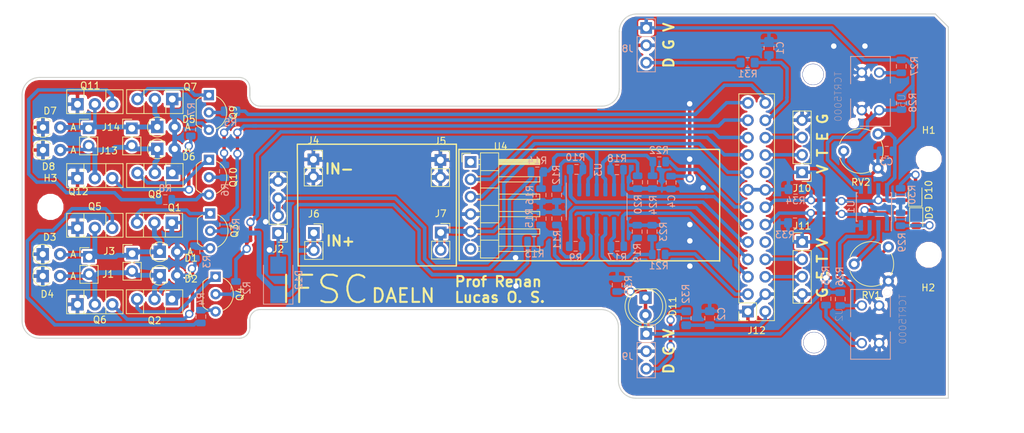
<source format=kicad_pcb>
(kicad_pcb (version 20171130) (host pcbnew 5.0.2+dfsg1-1)
  (layers (0 F.Cu signal) (31 B.Cu signal) (34 B.Paste user) (35 F.Paste user) (36 B.SilkS user) (37 F.SilkS user) (38 B.Mask user) (39 F.Mask user) (44 Edge.Cuts user))
  (net 0 "")
  (net 1 GND)
  (net 2 +5V)
  (net 3 TXB)
  (net 4 RXB)
  (net 5 PWM2)
  (net 6 PWM1)
  (net 7 PWM2N)
  (net 8 PWM1N)
  (net 9 ADC1)
  (net 10 ADC0)
  (net 11 "Net-(Q12-Pad3)")
  (net 12 "Net-(Q11-Pad3)")
  (net 13 "Net-(Q2-Pad3)")
  (net 14 "Net-(Q1-Pad3)")
  (net 15 "Net-(Q6-Pad3)")
  (net 16 +BATT)
  (net 17 "Net-(D1-Pad1)")
  (net 18 "Net-(Q4-Pad3)")
  (net 19 "Net-(D5-Pad1)")
  (net 20 "Net-(Q10-Pad3)")
  (net 21 "Net-(R11-Pad1)")
  (net 22 BATMed)
  (net 23 "Net-(Q10-Pad2)")
  (net 24 "Net-(Q10-Pad1)")
  (net 25 "Net-(Q4-Pad2)")
  (net 26 "Net-(Q3-Pad2)")
  (net 27 "Net-(Q3-Pad3)")
  (net 28 "Net-(Q7-Pad3)")
  (net 29 "Net-(Q9-Pad3)")
  (net 30 "Net-(Q9-Pad2)")
  (net 31 "Net-(D6-Pad1)")
  (net 32 "Net-(D2-Pad1)")
  (net 33 "Net-(Q5-Pad3)")
  (net 34 "Net-(R13-Pad1)")
  (net 35 "Net-(R10-Pad2)")
  (net 36 "Net-(R14-Pad1)")
  (net 37 "Net-(U4-Pad1)")
  (net 38 "Net-(U4-Pad6)")
  (net 39 D1)
  (net 40 D0)
  (net 41 Trig1)
  (net 42 Echo1)
  (net 43 Trig0)
  (net 44 Echo0)
  (net 45 "Net-(R22-Pad1)")
  (net 46 "Net-(R21-Pad1)")
  (net 47 "Net-(R18-Pad2)")
  (net 48 "Net-(R17-Pad2)")
  (net 49 ADC3)
  (net 50 A1)
  (net 51 A2)
  (net 52 "Net-(R25-Pad2)")
  (net 53 "Net-(R26-Pad2)")
  (net 54 "Net-(R27-Pad2)")
  (net 55 "Net-(R28-Pad2)")
  (net 56 L_TCRT)
  (net 57 "Net-(RV2-Pad2)")
  (net 58 "Net-(RV1-Pad2)")
  (net 59 R_TCRT)
  (net 60 ADC2)
  (net 61 "Net-(J12-Pad18)")
  (net 62 "Net-(J9-Pad3)")
  (net 63 "Net-(J8-Pad3)")
  (net 64 "Net-(J12-Pad10)")
  (net 65 "Net-(D9-Pad2)")
  (net 66 "Net-(D10-Pad2)")
  (net 67 "Net-(D11-Pad1)")
  (net 68 "Net-(D12-Pad1)")
  (module LED_SMD:LED_0805_2012Metric (layer F.Cu) (at 260.731 58.166 90)
    (fp_text reference D10 (at 0.6858 1.9558 90) (layer F.SilkS))
    (fp_text value LED)
    (pad 2 smd roundrect (at 0.9375 0 90) (size 0.975 1.4) (layers F.Cu F.Paste F.Mask) (net 66 "Net-(D10-Pad2)"))
    (pad 1 smd roundrect (at -0.9375 0 90) (size 0.975 1.4) (layers F.Cu F.Paste F.Mask) (net 56 L_TCRT))
  )
  (module LED_SMD:LED_0805_2012Metric (layer F.Cu) (at 260.858 61.7601 270)
    (fp_text reference D9 (at -0.9779 -1.905 270) (layer F.SilkS))
    (fp_text value LED)
    (pad 1 smd roundrect (at -0.9375 0 270) (size 0.975 1.4) (layers F.Cu F.Paste F.Mask) (net 59 R_TCRT))
    (pad 2 smd roundrect (at 0.9375 0 270) (size 0.975 1.4) (layers F.Cu F.Paste F.Mask) (net 65 "Net-(D9-Pad2)"))
  )
  (module Capacitor_SMD:C_0805_2012Metric (layer B.Cu) (at 256.54 51.816 180)
    (fp_text reference C3 (at 0 -1.524 180) (layer B.SilkS) (effects (justify mirror)))
    (fp_text value 100n)
    (pad 2 smd roundrect (at 0.9375 0 180) (size 0.975 1.4) (layers B.Cu B.Paste B.Mask) (net 1 GND))
    (pad 1 smd roundrect (at -0.9375 0 180) (size 0.975 1.4) (layers B.Cu B.Paste B.Mask) (net 2 +5V))
  )
  (module Diode_SMD:D_SMB (layer B.Cu) (at 167.64 70.612 90)
    (fp_text reference D12 (at 0 3 90) (layer B.SilkS) (effects (justify mirror)))
    (fp_text value D_Schottky)
    (pad 1 smd rect (at -2.15 0 90) (size 2.5 2.3) (layers B.Cu B.Paste B.Mask) (net 68 "Net-(D12-Pad1)"))
    (pad 2 smd rect (at 2.15 0 90) (size 2.5 2.3) (layers B.Cu B.Paste B.Mask) (net 16 +BATT))
  )
  (module Resistor_SMD:R_0805_2012Metric (layer B.Cu) (at 217.17 71.374 90)
    (fp_text reference R35 (at 0 1.65 90) (layer B.SilkS) (effects (justify mirror)))
    (fp_text value 1K)
    (pad 1 smd roundrect (at -0.9375 0 90) (size 0.975 1.4) (layers B.Cu B.Paste B.Mask) (net 67 "Net-(D11-Pad1)"))
    (pad 2 smd roundrect (at 0.9375 0 90) (size 0.975 1.4) (layers B.Cu B.Paste B.Mask) (net 1 GND))
  )
  (module MountingHole:MountingHole_3.2mm_M3 (layer F.Cu) (at 134.366 59.944)
    (fp_text reference H3 (at 0 -4.2) (layer F.SilkS))
    (fp_text value MountingHole)
    (pad 1 np_thru_hole circle (at 0 0) (size 3.2 3.2) (drill 3.2) (layers *.Cu *.Mask))
  )
  (module MountingHole:MountingHole_3.2mm_M3 (layer F.Cu) (at 262.684 66.944)
    (fp_text reference H2 (at -0.0734 4.811) (layer F.SilkS))
    (fp_text value MountingHole)
    (pad 1 np_thru_hole circle (at 0 0) (size 3.2 3.2) (drill 3.2) (layers *.Cu *.Mask))
  )
  (module MountingHole:MountingHole_3.2mm_M3 (layer F.Cu) (at 262.684 52.944)
    (fp_text reference H1 (at 0 -4.2) (layer F.SilkS))
    (fp_text value MountingHole)
    (pad 1 np_thru_hole circle (at 0 0) (size 3.2 3.2) (drill 3.2) (layers *.Cu *.Mask))
  )
  (module Potentiometer_THT:Potentiometer_Piher_PT-6-V_Vertical (layer F.Cu) (at 256.794 65.786 180)
    (fp_text reference RV1 (at 2.5 -7.06 180) (layer F.SilkS))
    (fp_text value R_POT_TRIM)
    (pad 3 thru_hole circle (at 0 -5 180) (size 1.62 1.62) (drill 0.9) (layers *.Cu *.Mask) (net 1 GND))
    (pad 2 thru_hole circle (at 5 -2.5 180) (size 1.62 1.62) (drill 0.9) (layers *.Cu *.Mask) (net 58 "Net-(RV1-Pad2)"))
    (pad 1 thru_hole circle (at 0 0 180) (size 1.62 1.62) (drill 0.9) (layers *.Cu *.Mask) (net 2 +5V))
  )
  (module Package_SO:SOIC-14_3.9x8.7mm_P1.27mm (layer B.Cu) (at 214.1728 59.9059 270)
    (fp_text reference U3 (at -5.3975 -0.2286 90) (layer B.SilkS) (effects (justify mirror)))
    (fp_text value LM324)
    (pad 14 smd roundrect (at 2.475 3.81 270) (size 1.95 0.6) (layers B.Cu B.Paste B.Mask) (net 10 ADC0))
    (pad 13 smd roundrect (at 2.475 2.54 270) (size 1.95 0.6) (layers B.Cu B.Paste B.Mask) (net 21 "Net-(R11-Pad1)"))
    (pad 12 smd roundrect (at 2.475 1.27 270) (size 1.95 0.6) (layers B.Cu B.Paste B.Mask) (net 34 "Net-(R13-Pad1)"))
    (pad 11 smd roundrect (at 2.475 0 270) (size 1.95 0.6) (layers B.Cu B.Paste B.Mask) (net 1 GND))
    (pad 10 smd roundrect (at 2.475 -1.27 270) (size 1.95 0.6) (layers B.Cu B.Paste B.Mask) (net 46 "Net-(R21-Pad1)"))
    (pad 9 smd roundrect (at 2.475 -2.54 270) (size 1.95 0.6) (layers B.Cu B.Paste B.Mask) (net 48 "Net-(R17-Pad2)"))
    (pad 8 smd roundrect (at 2.475 -3.81 270) (size 1.95 0.6) (layers B.Cu B.Paste B.Mask) (net 49 ADC3))
    (pad 7 smd roundrect (at -2.475 -3.81 270) (size 1.95 0.6) (layers B.Cu B.Paste B.Mask) (net 60 ADC2))
    (pad 6 smd roundrect (at -2.475 -2.54 270) (size 1.95 0.6) (layers B.Cu B.Paste B.Mask) (net 47 "Net-(R18-Pad2)"))
    (pad 5 smd roundrect (at -2.475 -1.27 270) (size 1.95 0.6) (layers B.Cu B.Paste B.Mask) (net 45 "Net-(R22-Pad1)"))
    (pad 4 smd roundrect (at -2.475 0 270) (size 1.95 0.6) (layers B.Cu B.Paste B.Mask) (net 2 +5V))
    (pad 3 smd roundrect (at -2.475 1.27 270) (size 1.95 0.6) (layers B.Cu B.Paste B.Mask) (net 36 "Net-(R14-Pad1)"))
    (pad 2 smd roundrect (at -2.475 2.54 270) (size 1.95 0.6) (layers B.Cu B.Paste B.Mask) (net 35 "Net-(R10-Pad2)"))
    (pad 1 smd roundrect (at -2.475 3.81 270) (size 1.95 0.6) (layers B.Cu B.Paste B.Mask) (net 9 ADC1))
  )
  (module Resistor_SMD:R_0805_2012Metric_Pad1.15x1.40mm_HandSolder (layer B.Cu) (at 243.2267 57.3786)
    (fp_text reference R34 (at 0 1.65) (layer B.SilkS) (effects (justify mirror)))
    (fp_text value 10k)
    (pad 2 smd roundrect (at 1.025 0) (size 1.15 1.4) (layers B.Cu B.Paste B.Mask) (roundrect_rratio 0.217391) (net 56 L_TCRT))
    (pad 1 smd roundrect (at -1.025 0) (size 1.15 1.4) (layers B.Cu B.Paste B.Mask) (roundrect_rratio 0.217391) (net 2 +5V))
  )
  (module Resistor_SMD:R_0805_2012Metric_Pad1.15x1.40mm_HandSolder (layer B.Cu) (at 243.1542 62.2808)
    (fp_text reference R33 (at -1.4732 1.7272) (layer B.SilkS) (effects (justify mirror)))
    (fp_text value 10k)
    (pad 2 smd roundrect (at 1.025 0) (size 1.15 1.4) (layers B.Cu B.Paste B.Mask) (roundrect_rratio 0.217391) (net 59 R_TCRT))
    (pad 1 smd roundrect (at -1.025 0) (size 1.15 1.4) (layers B.Cu B.Paste B.Mask) (roundrect_rratio 0.217391) (net 2 +5V))
  )
  (module Connector_PinHeader_2.54mm:PinHeader_1x03_P2.54mm_Vertical (layer B.Cu) (at 221.4118 33.7947 180)
    (fp_text reference J8 (at 2.7178 -3.0353 180) (layer B.SilkS) (effects (justify mirror)))
    (fp_text value Conn_01x03)
    (pad 1 thru_hole rect (at 0 0 180) (size 1.7 1.7) (drill 1) (layers *.Cu *.Mask) (net 2 +5V))
    (pad 2 thru_hole oval (at 0 -2.54 180) (size 1.7 1.7) (drill 1) (layers *.Cu *.Mask) (net 1 GND))
    (pad 3 thru_hole oval (at 0 -5.08 180) (size 1.7 1.7) (drill 1) (layers *.Cu *.Mask) (net 63 "Net-(J8-Pad3)"))
  )
  (module Resistor_SMD:R_0805_2012Metric (layer B.Cu) (at 249.7582 73.4164 270)
    (fp_text reference R26 (at -3.3124 0.0762 270) (layer B.SilkS) (effects (justify mirror)))
    (fp_text value 10k)
    (pad 1 smd roundrect (at -0.9375 0 270) (size 0.975 1.4) (layers B.Cu B.Paste B.Mask) (net 2 +5V))
    (pad 2 smd roundrect (at 0.9375 0 270) (size 0.975 1.4) (layers B.Cu B.Paste B.Mask) (net 53 "Net-(R26-Pad2)"))
  )
  (module Resistor_SMD:R_0805_2012Metric (layer B.Cu) (at 247.6754 73.3656 270)
    (fp_text reference R25 (at -3.3886 0.0254 270) (layer B.SilkS) (effects (justify mirror)))
    (fp_text value 1k)
    (pad 2 smd roundrect (at 0.9375 0 270) (size 0.975 1.4) (layers B.Cu B.Paste B.Mask) (net 52 "Net-(R25-Pad2)"))
    (pad 1 smd roundrect (at -0.9375 0 270) (size 0.975 1.4) (layers B.Cu B.Paste B.Mask) (net 2 +5V))
  )
  (module TCRT5000:OPTO_TCRT5000 (layer B.Cu) (at 254.1778 77.1017 270)
    (fp_text reference U2 (at -1.40117 4.57476 270) (layer B.SilkS) (effects (font (size 1.00413 1.00413) (thickness 0.05)) (justify mirror)))
    (fp_text value TCRT5000 (at -0.758895 -4.71434 270) (layer B.SilkS) (effects (font (size 1.00533 1.00533) (thickness 0.05)) (justify mirror)))
    (pad Hole np_thru_hole circle (at -4.65 -2.45 270) (size 1 1) (drill 1) (layers *.Cu *.Mask B.SilkS))
    (pad CATH thru_hole circle (at 2.75 -1.27 270) (size 1.508 1.508) (drill 1) (layers *.Cu *.Mask) (net 1 GND))
    (pad A thru_hole circle (at 2.75 1.27 270) (size 1.508 1.508) (drill 1) (layers *.Cu *.Mask) (net 52 "Net-(R25-Pad2)"))
    (pad E thru_hole circle (at -2.75 -1.27 270) (size 1.508 1.508) (drill 1) (layers *.Cu *.Mask) (net 1 GND))
    (pad COLL thru_hole circle (at -2.75 1.27 270) (size 1.508 1.508) (drill 1) (layers *.Cu *.Mask) (net 53 "Net-(R26-Pad2)"))
  )
  (module Resistor_SMD:R_0805_2012Metric (layer B.Cu) (at 258.699 44.7929 270)
    (fp_text reference R28 (at -0.0889 -1.651 270) (layer B.SilkS) (effects (justify mirror)))
    (fp_text value 10k)
    (pad 1 smd roundrect (at -0.9375 0 270) (size 0.975 1.4) (layers B.Cu B.Paste B.Mask) (net 2 +5V))
    (pad 2 smd roundrect (at 0.9375 0 270) (size 0.975 1.4) (layers B.Cu B.Paste B.Mask) (net 55 "Net-(R28-Pad2)"))
  )
  (module Resistor_SMD:R_0805_2012Metric_Pad1.15x1.40mm_HandSolder (layer B.Cu) (at 236.2327 38.862)
    (fp_text reference R31 (at 0 1.65 180) (layer B.SilkS) (effects (justify mirror)))
    (fp_text value 10k)
    (pad 2 smd roundrect (at 1.025 0) (size 1.15 1.4) (layers B.Cu B.Paste B.Mask) (roundrect_rratio 0.217391) (net 39 D1))
    (pad 1 smd roundrect (at -1.025 0) (size 1.15 1.4) (layers B.Cu B.Paste B.Mask) (roundrect_rratio 0.217391) (net 63 "Net-(J8-Pad3)"))
  )
  (module Capacitor_SMD:C_0805_2012Metric_Pad1.15x1.40mm_HandSolder (layer B.Cu) (at 230.6828 76.2037 90)
    (fp_text reference C2 (at 0.6387 1.7272 90) (layer B.SilkS) (effects (justify mirror)))
    (fp_text value 1n)
    (pad 2 smd roundrect (at 1.025 0 90) (size 1.15 1.4) (layers B.Cu B.Paste B.Mask) (roundrect_rratio 0.217391) (net 1 GND))
    (pad 1 smd roundrect (at -1.025 0 90) (size 1.15 1.4) (layers B.Cu B.Paste B.Mask) (roundrect_rratio 0.217391) (net 40 D0))
  )
  (module Capacitor_SMD:C_0805_2012Metric_Pad1.15x1.40mm_HandSolder (layer B.Cu) (at 239.3442 36.7284 90)
    (fp_text reference C1 (at 0 1.65 90) (layer B.SilkS) (effects (justify mirror)))
    (fp_text value 1n)
    (pad 1 smd roundrect (at -1.025 0 90) (size 1.15 1.4) (layers B.Cu B.Paste B.Mask) (roundrect_rratio 0.217391) (net 39 D1))
    (pad 2 smd roundrect (at 1.025 0 90) (size 1.15 1.4) (layers B.Cu B.Paste B.Mask) (roundrect_rratio 0.217391) (net 1 GND))
  )
  (module Package_TO_SOT_THT:TO-92_Inline_Wide (layer F.Cu) (at 157.5308 53.0733 270)
    (fp_text reference Q10 (at 2.54 -3.56 270) (layer F.SilkS))
    (fp_text value BC548)
    (pad 1 thru_hole rect (at 0 0) (size 1.5 1.5) (drill 0.8) (layers *.Cu *.Mask) (net 24 "Net-(Q10-Pad1)"))
    (pad 3 thru_hole circle (at 5.08 0) (size 1.5 1.5) (drill 0.8) (layers *.Cu *.Mask) (net 20 "Net-(Q10-Pad3)"))
    (pad 2 thru_hole circle (at 2.54 0) (size 1.5 1.5) (drill 0.8) (layers *.Cu *.Mask) (net 23 "Net-(Q10-Pad2)"))
  )
  (module Package_TO_SOT_THT:TO-92_Inline_Wide (layer F.Cu) (at 158.496 70.1548 270)
    (fp_text reference Q4 (at 2.54 -3.56 270) (layer F.SilkS))
    (fp_text value BC548)
    (pad 2 thru_hole circle (at 2.54 0) (size 1.5 1.5) (drill 0.8) (layers *.Cu *.Mask) (net 25 "Net-(Q4-Pad2)"))
    (pad 3 thru_hole circle (at 5.08 0) (size 1.5 1.5) (drill 0.8) (layers *.Cu *.Mask) (net 18 "Net-(Q4-Pad3)"))
    (pad 1 thru_hole rect (at 0 0) (size 1.5 1.5) (drill 0.8) (layers *.Cu *.Mask) (net 13 "Net-(Q2-Pad3)"))
  )
  (module Package_TO_SOT_THT:TO-92_Inline_Wide (layer F.Cu) (at 157.5181 43.6118 270)
    (fp_text reference Q9 (at 2.54 -3.56 270) (layer F.SilkS))
    (fp_text value BC548)
    (pad 1 thru_hole rect (at 0 0) (size 1.5 1.5) (drill 0.8) (layers *.Cu *.Mask) (net 28 "Net-(Q7-Pad3)"))
    (pad 3 thru_hole circle (at 5.08 0) (size 1.5 1.5) (drill 0.8) (layers *.Cu *.Mask) (net 29 "Net-(Q9-Pad3)"))
    (pad 2 thru_hole circle (at 2.54 0) (size 1.5 1.5) (drill 0.8) (layers *.Cu *.Mask) (net 30 "Net-(Q9-Pad2)"))
  )
  (module Package_TO_SOT_THT:TO-92_Inline_Wide (layer F.Cu) (at 157.7086 60.9092 270)
    (fp_text reference Q3 (at 2.54 -3.56 270) (layer F.SilkS))
    (fp_text value BC548)
    (pad 2 thru_hole circle (at 2.54 0) (size 1.5 1.5) (drill 0.8) (layers *.Cu *.Mask) (net 26 "Net-(Q3-Pad2)"))
    (pad 3 thru_hole circle (at 5.08 0) (size 1.5 1.5) (drill 0.8) (layers *.Cu *.Mask) (net 27 "Net-(Q3-Pad3)"))
    (pad 1 thru_hole rect (at 0 0) (size 1.5 1.5) (drill 0.8) (layers *.Cu *.Mask) (net 14 "Net-(Q1-Pad3)"))
  )
  (module Resistor_SMD:R_0805_2012Metric_Pad1.15x1.40mm_HandSolder (layer B.Cu) (at 227.2538 76.2127 270)
    (fp_text reference R32 (at -3.5687 0.0508 270) (layer B.SilkS) (effects (justify mirror)))
    (fp_text value 10k)
    (pad 1 smd roundrect (at -1.025 0 270) (size 1.15 1.4) (layers B.Cu B.Paste B.Mask) (roundrect_rratio 0.217391) (net 62 "Net-(J9-Pad3)"))
    (pad 2 smd roundrect (at 1.025 0 270) (size 1.15 1.4) (layers B.Cu B.Paste B.Mask) (roundrect_rratio 0.217391) (net 40 D0))
  )
  (module Connector_PinHeader_2.54mm:PinHeader_1x04_P2.54mm_Vertical (layer F.Cu) (at 244.1829 54.8894 180)
    (fp_text reference J10 (at 0 -2.33 180) (layer F.SilkS))
    (fp_text value Conn_01x04)
    (pad 1 thru_hole rect (at 0 0 180) (size 1.7 1.7) (drill 1) (layers *.Cu *.Mask) (net 2 +5V))
    (pad 2 thru_hole oval (at 0 2.54 180) (size 1.7 1.7) (drill 1) (layers *.Cu *.Mask) (net 43 Trig0))
    (pad 3 thru_hole oval (at 0 5.08 180) (size 1.7 1.7) (drill 1) (layers *.Cu *.Mask) (net 44 Echo0))
    (pad 4 thru_hole oval (at 0 7.62 180) (size 1.7 1.7) (drill 1) (layers *.Cu *.Mask) (net 1 GND))
  )
  (module Connector_PinHeader_2.54mm:PinHeader_1x06_P2.54mm_Horizontal (layer F.Cu) (at 195.7578 53.3781)
    (fp_text reference U4 (at 4.385 -2.27) (layer F.SilkS))
    (fp_text value HC-05)
    (pad 1 thru_hole rect (at 0 0) (size 1.7 1.7) (drill 1) (layers *.Cu *.Mask) (net 37 "Net-(U4-Pad1)"))
    (pad 2 thru_hole oval (at 0 2.54) (size 1.7 1.7) (drill 1) (layers *.Cu *.Mask) (net 4 RXB))
    (pad 3 thru_hole oval (at 0 5.08) (size 1.7 1.7) (drill 1) (layers *.Cu *.Mask) (net 3 TXB))
    (pad 4 thru_hole oval (at 0 7.62) (size 1.7 1.7) (drill 1) (layers *.Cu *.Mask) (net 1 GND))
    (pad 5 thru_hole oval (at 0 10.16) (size 1.7 1.7) (drill 1) (layers *.Cu *.Mask) (net 2 +5V))
    (pad 6 thru_hole oval (at 0 12.7) (size 1.7 1.7) (drill 1) (layers *.Cu *.Mask) (net 38 "Net-(U4-Pad6)"))
  )
  (module TCRT5000:OPTO_TCRT5000 (layer B.Cu) (at 254.1778 43.0657 90)
    (fp_text reference U5 (at -1.40117 4.57476 90) (layer B.SilkS) (effects (font (size 1.00413 1.00413) (thickness 0.05)) (justify mirror)))
    (fp_text value TCRT5000 (at -0.758895 -4.71434 90) (layer B.SilkS) (effects (font (size 1.00533 1.00533) (thickness 0.05)) (justify mirror)))
    (pad COLL thru_hole circle (at -2.75 1.27 90) (size 1.508 1.508) (drill 1) (layers *.Cu *.Mask) (net 55 "Net-(R28-Pad2)"))
    (pad E thru_hole circle (at -2.75 -1.27 90) (size 1.508 1.508) (drill 1) (layers *.Cu *.Mask) (net 1 GND))
    (pad A thru_hole circle (at 2.75 1.27 90) (size 1.508 1.508) (drill 1) (layers *.Cu *.Mask) (net 54 "Net-(R27-Pad2)"))
    (pad CATH thru_hole circle (at 2.75 -1.27 90) (size 1.508 1.508) (drill 1) (layers *.Cu *.Mask) (net 1 GND))
    (pad Hole np_thru_hole circle (at -4.65 -2.45 90) (size 1 1) (drill 1) (layers *.Cu *.Mask B.SilkS))
  )
  (module Connector_PinHeader_2.54mm:PinHeader_1x04_P2.54mm_Vertical (layer F.Cu) (at 244.1956 65.0621)
    (fp_text reference J11 (at 0 -2.33) (layer F.SilkS))
    (fp_text value Conn_01x04)
    (pad 1 thru_hole rect (at 0 0) (size 1.7 1.7) (drill 1) (layers *.Cu *.Mask) (net 2 +5V))
    (pad 2 thru_hole oval (at 0 2.54) (size 1.7 1.7) (drill 1) (layers *.Cu *.Mask) (net 41 Trig1))
    (pad 3 thru_hole oval (at 0 5.08) (size 1.7 1.7) (drill 1) (layers *.Cu *.Mask) (net 42 Echo1))
    (pad 4 thru_hole oval (at 0 7.62) (size 1.7 1.7) (drill 1) (layers *.Cu *.Mask) (net 1 GND))
  )
  (module Resistor_SMD:R_0805_2012Metric (layer B.Cu) (at 208.3308 58.1891 270)
    (fp_text reference R12 (at -2.9441 0.0508 270) (layer B.SilkS) (effects (justify mirror)))
    (fp_text value 15k)
    (pad 1 smd roundrect (at -0.9375 0 270) (size 0.975 1.4) (layers B.Cu B.Paste B.Mask) (net 35 "Net-(R10-Pad2)"))
    (pad 2 smd roundrect (at 0.9375 0 270) (size 0.975 1.4) (layers B.Cu B.Paste B.Mask) (net 1 GND))
  )
  (module Resistor_SMD:R_0805_2012Metric (layer B.Cu) (at 205.0161 64.9986 180)
    (fp_text reference R13 (at -0.0889 -1.8034 180) (layer B.SilkS) (effects (justify mirror)))
    (fp_text value 30k)
    (pad 2 smd roundrect (at 0.9375 0 180) (size 0.975 1.4) (layers B.Cu B.Paste B.Mask) (net 16 +BATT))
    (pad 1 smd roundrect (at -0.9375 0 180) (size 0.975 1.4) (layers B.Cu B.Paste B.Mask) (net 34 "Net-(R13-Pad1)"))
  )
  (module Resistor_SMD:R_0805_2012Metric (layer B.Cu) (at 205.4987 54.8386 180)
    (fp_text reference R14 (at 0 1.65 180) (layer B.SilkS) (effects (justify mirror)))
    (fp_text value 15k)
    (pad 1 smd roundrect (at -0.9375 0 180) (size 0.975 1.4) (layers B.Cu B.Paste B.Mask) (net 36 "Net-(R14-Pad1)"))
    (pad 2 smd roundrect (at 0.9375 0 180) (size 0.975 1.4) (layers B.Cu B.Paste B.Mask) (net 22 BATMed))
  )
  (module Connector_PinSocket_2.54mm:PinSocket_1x02_P2.54mm_Vertical (layer F.Cu) (at 191.3382 53.0987)
    (fp_text reference J5 (at 0 -2.77) (layer F.SilkS))
    (fp_text value Conn_01x02_Male)
    (pad 1 thru_hole rect (at 0 0) (size 1.7 1.7) (drill 1) (layers *.Cu *.Mask) (net 1 GND))
    (pad 2 thru_hole oval (at 0 2.54) (size 1.7 1.7) (drill 1) (layers *.Cu *.Mask) (net 1 GND))
  )
  (module Resistor_SMD:R_0805_2012Metric (layer B.Cu) (at 217.1446 54.5211 180)
    (fp_text reference R18 (at 0 1.65 180) (layer B.SilkS) (effects (justify mirror)))
    (fp_text value R)
    (pad 1 smd roundrect (at -0.9375 0 180) (size 0.975 1.4) (layers B.Cu B.Paste B.Mask) (net 60 ADC2))
    (pad 2 smd roundrect (at 0.9375 0 180) (size 0.975 1.4) (layers B.Cu B.Paste B.Mask) (net 47 "Net-(R18-Pad2)"))
  )
  (module Resistor_SMD:R_0805_2012Metric (layer B.Cu) (at 220.091 63.5635 90)
    (fp_text reference R19 (at -3.1115 0 90) (layer B.SilkS) (effects (justify mirror)))
    (fp_text value R)
    (pad 2 smd roundrect (at 0.9375 0 90) (size 0.975 1.4) (layers B.Cu B.Paste B.Mask) (net 1 GND))
    (pad 1 smd roundrect (at -0.9375 0 90) (size 0.975 1.4) (layers B.Cu B.Paste B.Mask) (net 48 "Net-(R17-Pad2)"))
  )
  (module Resistor_SMD:R_0805_2012Metric (layer B.Cu) (at 206.0575 61.6585 90)
    (fp_text reference R15 (at 0.0635 -1.7145 90) (layer B.SilkS) (effects (justify mirror)))
    (fp_text value 10k)
    (pad 2 smd roundrect (at 0.9375 0 90) (size 0.975 1.4) (layers B.Cu B.Paste B.Mask) (net 1 GND))
    (pad 1 smd roundrect (at -0.9375 0 90) (size 0.975 1.4) (layers B.Cu B.Paste B.Mask) (net 34 "Net-(R13-Pad1)"))
  )
  (module Package_SO:SOIC-8_3.9x4.9mm_P1.27mm (layer B.Cu) (at 254.6858 59.9567 90)
    (fp_text reference U1 (at 0.0127 -3.3528 90) (layer B.SilkS) (effects (justify mirror)))
    (fp_text value LM393)
    (pad 1 smd rect (at -2.7 1.905 90) (size 1.55 0.6) (layers B.Cu B.Paste B.Mask) (net 59 R_TCRT))
    (pad 2 smd rect (at -2.7 0.635 90) (size 1.55 0.6) (layers B.Cu B.Paste B.Mask) (net 58 "Net-(RV1-Pad2)"))
    (pad 3 smd rect (at -2.7 -0.635 90) (size 1.55 0.6) (layers B.Cu B.Paste B.Mask) (net 53 "Net-(R26-Pad2)"))
    (pad 4 smd rect (at -2.7 -1.905 90) (size 1.55 0.6) (layers B.Cu B.Paste B.Mask) (net 1 GND))
    (pad 5 smd rect (at 2.7 -1.905 90) (size 1.55 0.6) (layers B.Cu B.Paste B.Mask) (net 55 "Net-(R28-Pad2)"))
    (pad 6 smd rect (at 2.7 -0.635 90) (size 1.55 0.6) (layers B.Cu B.Paste B.Mask) (net 57 "Net-(RV2-Pad2)"))
    (pad 7 smd rect (at 2.7 0.635 90) (size 1.55 0.6) (layers B.Cu B.Paste B.Mask) (net 56 L_TCRT))
    (pad 8 smd rect (at 2.7 1.905 90) (size 1.55 0.6) (layers B.Cu B.Paste B.Mask) (net 2 +5V))
  )
  (module Connector_PinSocket_2.54mm:PinSocket_2x13_P2.54mm_Vertical (layer F.Cu) (at 236.2708 75.2348 180)
    (fp_text reference J12 (at -1.27 -2.77 180) (layer F.SilkS))
    (fp_text value Conn_02x13_Odd_Even)
    (pad 1 thru_hole rect (at 0 0 180) (size 1.7 1.7) (drill 1) (layers *.Cu *.Mask) (net 1 GND))
    (pad 2 thru_hole oval (at -2.54 0 180) (size 1.7 1.7) (drill 1) (layers *.Cu *.Mask) (net 40 D0))
    (pad 3 thru_hole oval (at 0 2.54 180) (size 1.7 1.7) (drill 1) (layers *.Cu *.Mask) (net 50 A1))
    (pad 4 thru_hole oval (at -2.54 2.54 180) (size 1.7 1.7) (drill 1) (layers *.Cu *.Mask) (net 1 GND))
    (pad 5 thru_hole oval (at 0 5.08 180) (size 1.7 1.7) (drill 1) (layers *.Cu *.Mask) (net 49 ADC3))
    (pad 6 thru_hole oval (at -2.54 5.08 180) (size 1.7 1.7) (drill 1) (layers *.Cu *.Mask) (net 42 Echo1))
    (pad 7 thru_hole oval (at 0 7.62 180) (size 1.7 1.7) (drill 1) (layers *.Cu *.Mask) (net 10 ADC0))
    (pad 8 thru_hole oval (at -2.54 7.62 180) (size 1.7 1.7) (drill 1) (layers *.Cu *.Mask) (net 41 Trig1))
    (pad 9 thru_hole oval (at 0 10.16 180) (size 1.7 1.7) (drill 1) (layers *.Cu *.Mask) (net 9 ADC1))
    (pad 10 thru_hole oval (at -2.54 10.16 180) (size 1.7 1.7) (drill 1) (layers *.Cu *.Mask) (net 64 "Net-(J12-Pad10)"))
    (pad 11 thru_hole oval (at 0 12.7 180) (size 1.7 1.7) (drill 1) (layers *.Cu *.Mask) (net 60 ADC2))
    (pad 12 thru_hole oval (at -2.54 12.7 180) (size 1.7 1.7) (drill 1) (layers *.Cu *.Mask) (net 59 R_TCRT))
    (pad 13 thru_hole oval (at 0 15.24 180) (size 1.7 1.7) (drill 1) (layers *.Cu *.Mask) (net 51 A2))
    (pad 14 thru_hole oval (at -2.54 15.24 180) (size 1.7 1.7) (drill 1) (layers *.Cu *.Mask) (net 56 L_TCRT))
    (pad 15 thru_hole oval (at 0 17.78 180) (size 1.7 1.7) (drill 1) (layers *.Cu *.Mask) (net 2 +5V))
    (pad 16 thru_hole oval (at -2.54 17.78 180) (size 1.7 1.7) (drill 1) (layers *.Cu *.Mask) (net 2 +5V))
    (pad 17 thru_hole oval (at 0 20.32 180) (size 1.7 1.7) (drill 1) (layers *.Cu *.Mask) (net 3 TXB))
    (pad 18 thru_hole oval (at -2.54 20.32 180) (size 1.7 1.7) (drill 1) (layers *.Cu *.Mask) (net 61 "Net-(J12-Pad18)"))
    (pad 19 thru_hole oval (at 0 22.86 180) (size 1.7 1.7) (drill 1) (layers *.Cu *.Mask) (net 4 RXB))
    (pad 20 thru_hole oval (at -2.54 22.86 180) (size 1.7 1.7) (drill 1) (layers *.Cu *.Mask) (net 43 Trig0))
    (pad 21 thru_hole oval (at 0 25.4 180) (size 1.7 1.7) (drill 1) (layers *.Cu *.Mask) (net 6 PWM1))
    (pad 22 thru_hole oval (at -2.54 25.4 180) (size 1.7 1.7) (drill 1) (layers *.Cu *.Mask) (net 44 Echo0))
    (pad 23 thru_hole oval (at 0 27.94 180) (size 1.7 1.7) (drill 1) (layers *.Cu *.Mask) (net 8 PWM1N))
    (pad 24 thru_hole oval (at -2.54 27.94 180) (size 1.7 1.7) (drill 1) (layers *.Cu *.Mask) (net 39 D1))
    (pad 25 thru_hole oval (at 0 30.48 180) (size 1.7 1.7) (drill 1) (layers *.Cu *.Mask) (net 5 PWM2))
    (pad 26 thru_hole oval (at -2.54 30.48 180) (size 1.7 1.7) (drill 1) (layers *.Cu *.Mask) (net 7 PWM2N))
  )
  (module Connector_PinSocket_2.54mm:PinSocket_1x02_P2.54mm_Vertical (layer F.Cu) (at 172.847 63.7413)
    (fp_text reference J6 (at 0 -2.77) (layer F.SilkS))
    (fp_text value Conn_01x02_Male)
    (pad 2 thru_hole oval (at 0 2.54) (size 1.7 1.7) (drill 1) (layers *.Cu *.Mask) (net 68 "Net-(D12-Pad1)"))
    (pad 1 thru_hole rect (at 0 0) (size 1.7 1.7) (drill 1) (layers *.Cu *.Mask) (net 68 "Net-(D12-Pad1)"))
  )
  (module Connector_PinHeader_2.54mm:PinHeader_1x03_P2.54mm_Vertical (layer B.Cu) (at 221.4118 78.4987 180)
    (fp_text reference J9 (at 2.7178 -3.2893 180) (layer B.SilkS) (effects (justify mirror)))
    (fp_text value Conn_01x03)
    (pad 1 thru_hole rect (at 0 0 180) (size 1.7 1.7) (drill 1) (layers *.Cu *.Mask) (net 2 +5V))
    (pad 2 thru_hole oval (at 0 -2.54 180) (size 1.7 1.7) (drill 1) (layers *.Cu *.Mask) (net 1 GND))
    (pad 3 thru_hole oval (at 0 -5.08 180) (size 1.7 1.7) (drill 1) (layers *.Cu *.Mask) (net 62 "Net-(J9-Pad3)"))
  )
  (module Resistor_SMD:R_0805_2012Metric (layer B.Cu) (at 217.1954 65.6971 180)
    (fp_text reference R17 (at 0.0254 -1.6129 180) (layer B.SilkS) (effects (justify mirror)))
    (fp_text value R)
    (pad 2 smd roundrect (at 0.9375 0 180) (size 0.975 1.4) (layers B.Cu B.Paste B.Mask) (net 48 "Net-(R17-Pad2)"))
    (pad 1 smd roundrect (at -0.9375 0 180) (size 0.975 1.4) (layers B.Cu B.Paste B.Mask) (net 49 ADC3))
  )
  (module Resistor_SMD:R_0805_2012Metric (layer B.Cu) (at 258.6736 39.4104 270)
    (fp_text reference R27 (at -0.0404 -1.9304 270) (layer B.SilkS) (effects (justify mirror)))
    (fp_text value 1k)
    (pad 2 smd roundrect (at 0.9375 0 270) (size 0.975 1.4) (layers B.Cu B.Paste B.Mask) (net 54 "Net-(R27-Pad2)"))
    (pad 1 smd roundrect (at -0.9375 0 270) (size 0.975 1.4) (layers B.Cu B.Paste B.Mask) (net 2 +5V))
  )
  (module Resistor_SMD:R_0805_2012Metric (layer B.Cu) (at 222.3389 56.3372 270)
    (fp_text reference R24 (at 3.3274 -0.0889 270) (layer B.SilkS) (effects (justify mirror)))
    (fp_text value R)
    (pad 1 smd roundrect (at -0.9375 0 270) (size 0.975 1.4) (layers B.Cu B.Paste B.Mask) (net 45 "Net-(R22-Pad1)"))
    (pad 2 smd roundrect (at 0.9375 0 270) (size 0.975 1.4) (layers B.Cu B.Paste B.Mask) (net 1 GND))
  )
  (module Resistor_SMD:R_0805_2012Metric (layer B.Cu) (at 220.1545 56.3372 270)
    (fp_text reference R20 (at 3.2258 -0.0635 270) (layer B.SilkS) (effects (justify mirror)))
    (fp_text value R)
    (pad 1 smd roundrect (at -0.9375 0 270) (size 0.975 1.4) (layers B.Cu B.Paste B.Mask) (net 47 "Net-(R18-Pad2)"))
    (pad 2 smd roundrect (at 0.9375 0 270) (size 0.975 1.4) (layers B.Cu B.Paste B.Mask) (net 1 GND))
  )
  (module Resistor_SMD:R_0805_2012Metric (layer B.Cu) (at 223.2406 66.9036)
    (fp_text reference R21 (at 0 1.65) (layer B.SilkS) (effects (justify mirror)))
    (fp_text value R)
    (pad 2 smd roundrect (at 0.9375 0) (size 0.975 1.4) (layers B.Cu B.Paste B.Mask) (net 50 A1))
    (pad 1 smd roundrect (at -0.9375 0) (size 0.975 1.4) (layers B.Cu B.Paste B.Mask) (net 46 "Net-(R21-Pad1)"))
  )
  (module Resistor_SMD:R_0805_2012Metric (layer B.Cu) (at 223.3168 53.3527)
    (fp_text reference R22 (at -0.0508 -1.6637) (layer B.SilkS) (effects (justify mirror)))
    (fp_text value R)
    (pad 1 smd roundrect (at -0.9375 0) (size 0.975 1.4) (layers B.Cu B.Paste B.Mask) (net 45 "Net-(R22-Pad1)"))
    (pad 2 smd roundrect (at 0.9375 0) (size 0.975 1.4) (layers B.Cu B.Paste B.Mask) (net 51 A2))
  )
  (module Connector_PinSocket_2.54mm:PinSocket_1x02_P2.54mm_Vertical (layer F.Cu) (at 191.389 63.6905)
    (fp_text reference J7 (at 0 -2.77) (layer F.SilkS))
    (fp_text value Conn_01x02_Male)
    (pad 1 thru_hole rect (at 0 0) (size 1.7 1.7) (drill 1) (layers *.Cu *.Mask) (net 2 +5V))
    (pad 2 thru_hole oval (at 0 2.54) (size 1.7 1.7) (drill 1) (layers *.Cu *.Mask) (net 2 +5V))
  )
  (module Connector_PinSocket_2.54mm:PinSocket_1x02_P2.54mm_Vertical (layer F.Cu) (at 172.7835 53.0098)
    (fp_text reference J4 (at 0 -2.77) (layer F.SilkS))
    (fp_text value Conn_01x02_Male)
    (pad 2 thru_hole oval (at 0 2.54) (size 1.7 1.7) (drill 1) (layers *.Cu *.Mask) (net 1 GND))
    (pad 1 thru_hole rect (at 0 0) (size 1.7 1.7) (drill 1) (layers *.Cu *.Mask) (net 1 GND))
  )
  (module Resistor_SMD:R_0805_2012Metric (layer B.Cu) (at 222.2754 63.5635 90)
    (fp_text reference R23 (at 0 1.65 90) (layer B.SilkS) (effects (justify mirror)))
    (fp_text value R)
    (pad 2 smd roundrect (at 0.9375 0 90) (size 0.975 1.4) (layers B.Cu B.Paste B.Mask) (net 1 GND))
    (pad 1 smd roundrect (at -0.9375 0 90) (size 0.975 1.4) (layers B.Cu B.Paste B.Mask) (net 46 "Net-(R21-Pad1)"))
  )
  (module Package_TO_SOT_THT:TO-126-3_Vertical (layer F.Cu) (at 138.322855 55.746282)
    (fp_text reference Q12 (at 0.132545 1.949818) (layer F.SilkS))
    (fp_text value BD139)
    (pad 3 thru_hole oval (at 5.08 0) (size 1.8 1.8) (drill 1) (layers *.Cu *.Mask) (net 11 "Net-(Q12-Pad3)"))
    (pad 2 thru_hole oval (at 2.54 0) (size 1.8 1.8) (drill 1) (layers *.Cu *.Mask) (net 31 "Net-(D6-Pad1)"))
    (pad 1 thru_hole rect (at 0 0) (size 1.8 1.8) (drill 1) (layers *.Cu *.Mask) (net 1 GND))
  )
  (module Resistor_SMD:R_0805_2012Metric (layer B.Cu) (at 206.047659 58.212429 270)
    (fp_text reference R16 (at 0 1.65 270) (layer B.SilkS) (effects (justify mirror)))
    (fp_text value 10k)
    (pad 2 smd roundrect (at 0.9375 0 270) (size 0.975 1.4) (layers B.Cu B.Paste B.Mask) (net 1 GND))
    (pad 1 smd roundrect (at -0.9375 0 270) (size 0.975 1.4) (layers B.Cu B.Paste B.Mask) (net 36 "Net-(R14-Pad1)"))
  )
  (module Package_TO_SOT_THT:TO-126-3_Vertical (layer F.Cu) (at 138.322855 74.186682)
    (fp_text reference Q6 (at 3.256745 2.254618) (layer F.SilkS))
    (fp_text value BD139)
    (pad 3 thru_hole oval (at 5.08 0) (size 1.8 1.8) (drill 1) (layers *.Cu *.Mask) (net 15 "Net-(Q6-Pad3)"))
    (pad 2 thru_hole oval (at 2.54 0) (size 1.8 1.8) (drill 1) (layers *.Cu *.Mask) (net 32 "Net-(D2-Pad1)"))
    (pad 1 thru_hole rect (at 0 0) (size 1.8 1.8) (drill 1) (layers *.Cu *.Mask) (net 1 GND))
  )
  (module Resistor_SMD:R_0805_2012Metric (layer B.Cu) (at 156.3497 75.9714 270)
    (fp_text reference R4 (at -2.5654 0.0127 270) (layer B.SilkS) (effects (justify mirror)))
    (fp_text value 150)
    (pad 2 smd roundrect (at 0.9375 0 270) (size 0.975 1.4) (layers B.Cu B.Paste B.Mask) (net 33 "Net-(Q5-Pad3)"))
    (pad 1 smd roundrect (at -0.9375 0 270) (size 0.975 1.4) (layers B.Cu B.Paste B.Mask) (net 18 "Net-(Q4-Pad3)"))
  )
  (module Package_TO_SOT_THT:TO-126-3_Vertical (layer F.Cu) (at 152.165855 54.984282 180)
    (fp_text reference Q8 (at 2.54 -3.12 180) (layer F.SilkS))
    (fp_text value BD140)
    (pad 1 thru_hole rect (at 0 0 180) (size 1.8 1.8) (drill 1) (layers *.Cu *.Mask) (net 16 +BATT))
    (pad 2 thru_hole oval (at 2.54 0 180) (size 1.8 1.8) (drill 1) (layers *.Cu *.Mask) (net 31 "Net-(D6-Pad1)"))
    (pad 3 thru_hole oval (at 5.08 0 180) (size 1.8 1.8) (drill 1) (layers *.Cu *.Mask) (net 24 "Net-(Q10-Pad1)"))
  )
  (module Resistor_SMD:R_0805_2012Metric (layer B.Cu) (at 208.3435 61.6585 90)
    (fp_text reference R11 (at -3.1115 0.0635 90) (layer B.SilkS) (effects (justify mirror)))
    (fp_text value 30k)
    (pad 1 smd roundrect (at -0.9375 0 90) (size 0.975 1.4) (layers B.Cu B.Paste B.Mask) (net 21 "Net-(R11-Pad1)"))
    (pad 2 smd roundrect (at 0.9375 0 90) (size 0.975 1.4) (layers B.Cu B.Paste B.Mask) (net 1 GND))
  )
  (module Diode_THT:D_A-405_P2.54mm_Vertical_AnodeUp (layer F.Cu) (at 149.983964 51.471584)
    (fp_text reference D6 (at 4.600436 1.144516) (layer F.SilkS))
    (fp_text value DIODE)
    (fp_text user A (at 4.44 0) (layer F.SilkS))
    (pad 1 thru_hole rect (at 0 0) (size 1.8 1.8) (drill 0.9) (layers *.Cu *.Mask) (net 31 "Net-(D6-Pad1)"))
    (pad 2 thru_hole oval (at 2.54 0) (size 1.8 1.8) (drill 0.9) (layers *.Cu *.Mask) (net 16 +BATT))
  )
  (module Diode_THT:D_A-405_P2.54mm_Vertical_AnodeUp (layer F.Cu) (at 133.2738 48.3362)
    (fp_text reference D7 (at 1.0414 -2.413) (layer F.SilkS))
    (fp_text value DIODE)
    (fp_text user A (at 4.44 0) (layer F.SilkS))
    (pad 2 thru_hole oval (at 2.54 0) (size 1.8 1.8) (drill 0.9) (layers *.Cu *.Mask) (net 19 "Net-(D5-Pad1)") (clearance 0.2))
    (pad 1 thru_hole rect (at 0 0) (size 1.8 1.8) (drill 0.9) (layers *.Cu *.Mask) (net 1 GND))
  )
  (module Diode_THT:D_A-405_P2.54mm_Vertical_AnodeUp (layer F.Cu) (at 150.352264 69.937384)
    (fp_text reference D2 (at 4.562336 0.534916) (layer F.SilkS))
    (fp_text value DIODE)
    (fp_text user A (at 4.44 0) (layer F.SilkS))
    (pad 1 thru_hole rect (at 0 0) (size 1.8 1.8) (drill 0.9) (layers *.Cu *.Mask) (net 32 "Net-(D2-Pad1)"))
    (pad 2 thru_hole oval (at 2.54 0) (size 1.8 1.8) (drill 0.9) (layers *.Cu *.Mask) (net 16 +BATT))
  )
  (module Diode_THT:D_A-405_P2.54mm_Vertical_AnodeUp (layer F.Cu) (at 133.2484 66.8528)
    (fp_text reference D3 (at 1.016 -2.4892) (layer F.SilkS))
    (fp_text value DIODE)
    (fp_text user A (at 4.44 0) (layer F.SilkS))
    (pad 2 thru_hole oval (at 2.54 0) (size 1.8 1.8) (drill 0.9) (layers *.Cu *.Mask) (net 17 "Net-(D1-Pad1)"))
    (pad 1 thru_hole rect (at 0 0) (size 1.8 1.8) (drill 0.9) (layers *.Cu *.Mask) (net 1 GND))
  )
  (module Diode_THT:D_A-405_P2.54mm_Vertical_AnodeUp (layer F.Cu) (at 133.2738 51.6382)
    (fp_text reference D8 (at 0.8128 2.413) (layer F.SilkS))
    (fp_text value DIODE)
    (fp_text user A (at 4.44 0) (layer F.SilkS))
    (pad 1 thru_hole rect (at 0 0) (size 1.8 1.8) (drill 0.9) (layers *.Cu *.Mask) (net 1 GND))
    (pad 2 thru_hole oval (at 2.54 0) (size 1.8 1.8) (drill 0.9) (layers *.Cu *.Mask) (net 31 "Net-(D6-Pad1)"))
  )
  (module Resistor_SMD:R_0805_2012Metric (layer B.Cu) (at 211.2264 54.4703)
    (fp_text reference R10 (at -0.1524 -1.7653) (layer B.SilkS) (effects (justify mirror)))
    (fp_text value 10k)
    (pad 2 smd roundrect (at 0.9375 0) (size 0.975 1.4) (layers B.Cu B.Paste B.Mask) (net 35 "Net-(R10-Pad2)"))
    (pad 1 smd roundrect (at -0.9375 0) (size 0.975 1.4) (layers B.Cu B.Paste B.Mask) (net 9 ADC1))
  )
  (module Diode_THT:D_A-405_P2.54mm_Vertical_AnodeUp (layer F.Cu) (at 133.2484 70.0532)
    (fp_text reference D4 (at 0.6604 2.6416) (layer F.SilkS))
    (fp_text value DIODE)
    (fp_text user A (at 4.44 0) (layer F.SilkS))
    (pad 1 thru_hole rect (at 0 0) (size 1.8 1.8) (drill 0.9) (layers *.Cu *.Mask) (net 1 GND))
    (pad 2 thru_hole oval (at 2.54 0) (size 1.8 1.8) (drill 0.9) (layers *.Cu *.Mask) (net 32 "Net-(D2-Pad1)"))
  )
  (module Resistor_SMD:R_0805_2012Metric (layer B.Cu) (at 161.4678 71.7804 270)
    (fp_text reference R2 (at 0 -1.6002 270) (layer B.SilkS) (effects (justify mirror)))
    (fp_text value 470)
    (pad 1 smd roundrect (at -0.9375 0 270) (size 0.975 1.4) (layers B.Cu B.Paste B.Mask) (net 6 PWM1))
    (pad 2 smd roundrect (at 0.9375 0 270) (size 0.975 1.4) (layers B.Cu B.Paste B.Mask) (net 25 "Net-(Q4-Pad2)"))
  )
  (module Resistor_SMD:R_0805_2012Metric (layer B.Cu) (at 151.1554 58.8899 180)
    (fp_text reference R8 (at 0 1.65 180) (layer B.SilkS) (effects (justify mirror)))
    (fp_text value 150)
    (pad 2 smd roundrect (at 0.9375 0 180) (size 0.975 1.4) (layers B.Cu B.Paste B.Mask) (net 12 "Net-(Q11-Pad3)"))
    (pad 1 smd roundrect (at -0.9375 0 180) (size 0.975 1.4) (layers B.Cu B.Paste B.Mask) (net 20 "Net-(Q10-Pad3)"))
  )
  (module Resistor_SMD:R_0805_2012Metric (layer B.Cu) (at 211.0994 65.6971)
    (fp_text reference R9 (at 0 1.65) (layer B.SilkS) (effects (justify mirror)))
    (fp_text value 10k)
    (pad 1 smd roundrect (at -0.9375 0) (size 0.975 1.4) (layers B.Cu B.Paste B.Mask) (net 10 ADC0))
    (pad 2 smd roundrect (at 0.9375 0) (size 0.975 1.4) (layers B.Cu B.Paste B.Mask) (net 21 "Net-(R11-Pad1)"))
  )
  (module Resistor_SMD:R_0805_2012Metric (layer B.Cu) (at 159.7914 54.7474 270)
    (fp_text reference R6 (at 2.7074 -0.1016 270) (layer B.SilkS) (effects (justify mirror)))
    (fp_text value 470)
    (pad 2 smd roundrect (at 0.9375 0 270) (size 0.975 1.4) (layers B.Cu B.Paste B.Mask) (net 23 "Net-(Q10-Pad2)"))
    (pad 1 smd roundrect (at -0.9375 0 270) (size 0.975 1.4) (layers B.Cu B.Paste B.Mask) (net 5 PWM2))
  )
  (module Resistor_SMD:R_0805_2012Metric (layer B.Cu) (at 155.4861 66.5353 90)
    (fp_text reference R3 (at -1.4097 1.7399 90) (layer B.SilkS) (effects (justify mirror)))
    (fp_text value 150)
    (pad 1 smd roundrect (at -0.9375 0 90) (size 0.975 1.4) (layers B.Cu B.Paste B.Mask) (net 15 "Net-(Q6-Pad3)"))
    (pad 2 smd roundrect (at 0.9375 0 90) (size 0.975 1.4) (layers B.Cu B.Paste B.Mask) (net 27 "Net-(Q3-Pad3)"))
  )
  (module Package_TO_SOT_THT:TO-126-3_Vertical (layer F.Cu) (at 152.102355 62.248682 180)
    (fp_text reference Q1 (at -0.399245 2.190382 180) (layer F.SilkS))
    (fp_text value BD140)
    (pad 1 thru_hole rect (at 0 0 180) (size 1.8 1.8) (drill 1) (layers *.Cu *.Mask) (net 16 +BATT))
    (pad 2 thru_hole oval (at 2.54 0 180) (size 1.8 1.8) (drill 1) (layers *.Cu *.Mask) (net 17 "Net-(D1-Pad1)"))
    (pad 3 thru_hole oval (at 5.08 0 180) (size 1.8 1.8) (drill 1) (layers *.Cu *.Mask) (net 14 "Net-(Q1-Pad3)"))
  )
  (module Package_TO_SOT_THT:TO-126-3_Vertical (layer F.Cu) (at 152.115055 73.424682 180)
    (fp_text reference Q2 (at 2.54 -3.12 180) (layer F.SilkS))
    (fp_text value BD140)
    (pad 3 thru_hole oval (at 5.08 0 180) (size 1.8 1.8) (drill 1) (layers *.Cu *.Mask) (net 13 "Net-(Q2-Pad3)"))
    (pad 2 thru_hole oval (at 2.54 0 180) (size 1.8 1.8) (drill 1) (layers *.Cu *.Mask) (net 32 "Net-(D2-Pad1)"))
    (pad 1 thru_hole rect (at 0 0 180) (size 1.8 1.8) (drill 1) (layers *.Cu *.Mask) (net 16 +BATT))
  )
  (module Resistor_SMD:R_0805_2012Metric (layer B.Cu) (at 154.8638 48.641 90)
    (fp_text reference R7 (at 2.9972 0.1016 90) (layer B.SilkS) (effects (justify mirror)))
    (fp_text value 150)
    (pad 1 smd roundrect (at -0.9375 0 90) (size 0.975 1.4) (layers B.Cu B.Paste B.Mask) (net 11 "Net-(Q12-Pad3)"))
    (pad 2 smd roundrect (at 0.9375 0 90) (size 0.975 1.4) (layers B.Cu B.Paste B.Mask) (net 29 "Net-(Q9-Pad3)"))
  )
  (module Package_TO_SOT_THT:TO-126-3_Vertical (layer F.Cu) (at 138.322855 44.951282)
    (fp_text reference Q11 (at 1.859745 -2.711082) (layer F.SilkS))
    (fp_text value BD139)
    (pad 1 thru_hole rect (at 0 0) (size 1.8 1.8) (drill 1) (layers *.Cu *.Mask) (net 1 GND))
    (pad 2 thru_hole oval (at 2.54 0) (size 1.8 1.8) (drill 1) (layers *.Cu *.Mask) (net 19 "Net-(D5-Pad1)"))
    (pad 3 thru_hole oval (at 5.08 0) (size 1.8 1.8) (drill 1) (layers *.Cu *.Mask) (net 12 "Net-(Q11-Pad3)"))
  )
  (module Resistor_SMD:R_0805_2012Metric (layer B.Cu) (at 160.6827 45.9613)
    (fp_text reference R5 (at 0 1.65) (layer B.SilkS) (effects (justify mirror)))
    (fp_text value 470)
    (pad 1 smd roundrect (at -0.9375 0) (size 0.975 1.4) (layers B.Cu B.Paste B.Mask) (net 30 "Net-(Q9-Pad2)"))
    (pad 2 smd roundrect (at 0.9375 0) (size 0.975 1.4) (layers B.Cu B.Paste B.Mask) (net 7 PWM2N))
  )
  (module Package_TO_SOT_THT:TO-126-3_Vertical (layer F.Cu) (at 152.165855 44.189282 180)
    (fp_text reference Q7 (at -2.621745 1.771282 180) (layer F.SilkS))
    (fp_text value BD140)
    (pad 3 thru_hole oval (at 5.08 0 180) (size 1.8 1.8) (drill 1) (layers *.Cu *.Mask) (net 28 "Net-(Q7-Pad3)"))
    (pad 2 thru_hole oval (at 2.54 0 180) (size 1.8 1.8) (drill 1) (layers *.Cu *.Mask) (net 19 "Net-(D5-Pad1)"))
    (pad 1 thru_hole rect (at 0 0 180) (size 1.8 1.8) (drill 1) (layers *.Cu *.Mask) (net 16 +BATT) (clearance 0.3556))
  )
  (module Package_TO_SOT_THT:TO-126-3_Vertical (layer F.Cu) (at 138.322855 63.010682)
    (fp_text reference Q5 (at 2.54 -3.12) (layer F.SilkS))
    (fp_text value BD139)
    (pad 1 thru_hole rect (at 0 0) (size 1.8 1.8) (drill 1) (layers *.Cu *.Mask) (net 1 GND))
    (pad 2 thru_hole oval (at 2.54 0) (size 1.8 1.8) (drill 1) (layers *.Cu *.Mask) (net 17 "Net-(D1-Pad1)"))
    (pad 3 thru_hole oval (at 5.08 0) (size 1.8 1.8) (drill 1) (layers *.Cu *.Mask) (net 33 "Net-(Q5-Pad3)"))
  )
  (module Diode_THT:D_A-405_P2.54mm_Vertical_AnodeUp (layer F.Cu) (at 150.352264 66.508384)
    (fp_text reference D1 (at 4.562336 0.915916) (layer F.SilkS))
    (fp_text value DIODE)
    (fp_text user A (at 4.44 0) (layer F.SilkS))
    (pad 2 thru_hole oval (at 2.54 0) (size 1.8 1.8) (drill 0.9) (layers *.Cu *.Mask) (net 16 +BATT))
    (pad 1 thru_hole rect (at 0 0) (size 1.8 1.8) (drill 0.9) (layers *.Cu *.Mask) (net 17 "Net-(D1-Pad1)"))
  )
  (module Diode_THT:D_A-405_P2.54mm_Vertical_AnodeUp (layer F.Cu) (at 149.983964 48.271184)
    (fp_text reference D5 (at 4.600436 -1.116084) (layer F.SilkS))
    (fp_text value DIODE)
    (fp_text user A (at 4.44 0) (layer F.SilkS))
    (pad 2 thru_hole oval (at 2.54 0) (size 1.8 1.8) (drill 0.9) (layers *.Cu *.Mask) (net 16 +BATT))
    (pad 1 thru_hole rect (at 0 0) (size 1.8 1.8) (drill 0.9) (layers *.Cu *.Mask) (net 19 "Net-(D5-Pad1)"))
  )
  (module Resistor_SMD:R_0805_2012Metric (layer B.Cu) (at 159.8422 62.5325 90)
    (fp_text reference R1 (at 0 1.65 90) (layer B.SilkS) (effects (justify mirror)))
    (fp_text value 470)
    (pad 2 smd roundrect (at 0.9375 0 90) (size 0.975 1.4) (layers B.Cu B.Paste B.Mask) (net 8 PWM1N))
    (pad 1 smd roundrect (at -0.9375 0 90) (size 0.975 1.4) (layers B.Cu B.Paste B.Mask) (net 26 "Net-(Q3-Pad2)"))
  )
  (module Connector_PinHeader_2.54mm:PinHeader_1x04_P2.54mm_Vertical (layer F.Cu) (at 167.64 63.7667 180)
    (fp_text reference J2 (at 0 -2.33) (layer F.SilkS))
    (fp_text value Conn_01x04)
    (pad 4 thru_hole oval (at 0 7.62 180) (size 1.7 1.7) (drill 1) (layers *.Cu *.Mask) (net 1 GND))
    (pad 3 thru_hole oval (at 0 5.08 180) (size 1.7 1.7) (drill 1) (layers *.Cu *.Mask) (net 22 BATMed))
    (pad 2 thru_hole oval (at 0 2.54 180) (size 1.7 1.7) (drill 1) (layers *.Cu *.Mask) (net 22 BATMed))
    (pad 1 thru_hole rect (at 0 0 180) (size 1.7 1.7) (drill 1) (layers *.Cu *.Mask) (net 16 +BATT))
  )
  (module Resistor_SMD:R_0805_2012Metric (layer B.Cu) (at 258.572 61.7601 270)
    (fp_text reference R29 (at 3.3655 -0.2032 270) (layer B.SilkS) (effects (justify mirror)))
    (fp_text value 1K)
    (pad 2 smd roundrect (at 0.9375 0 270) (size 0.975 1.4) (layers B.Cu B.Paste B.Mask) (net 65 "Net-(D9-Pad2)"))
    (pad 1 smd roundrect (at -0.9375 0 270) (size 0.975 1.4) (layers B.Cu B.Paste B.Mask) (net 2 +5V))
  )
  (module Resistor_SMD:R_0805_2012Metric (layer B.Cu) (at 258.572 58.1556 90)
    (fp_text reference R30 (at 0 1.65 90) (layer B.SilkS) (effects (justify mirror)))
    (fp_text value 1K)
    (pad 1 smd roundrect (at -0.9375 0 90) (size 0.975 1.4) (layers B.Cu B.Paste B.Mask) (net 2 +5V))
    (pad 2 smd roundrect (at 0.9375 0 90) (size 0.975 1.4) (layers B.Cu B.Paste B.Mask) (net 66 "Net-(D10-Pad2)"))
  )
  (module Capacitor_SMD:C_0805_2012Metric (layer B.Cu) (at 225.044 56.388 270)
    (fp_text reference C4 (at 2.7432 -0.0762 270) (layer B.SilkS) (effects (justify mirror)))
    (fp_text value 100n)
    (pad 1 smd roundrect (at -0.9375 0 270) (size 0.975 1.4) (layers B.Cu B.Paste B.Mask) (net 2 +5V))
    (pad 2 smd roundrect (at 0.9375 0 270) (size 0.975 1.4) (layers B.Cu B.Paste B.Mask) (net 1 GND))
  )
  (module Connector_PinHeader_2.54mm:PinHeader_1x02_P2.54mm_Vertical (layer F.Cu) (at 139.954 48.4632)
    (fp_text reference J13 (at 2.921 3.2766) (layer F.SilkS))
    (fp_text value Conn_01x02)
    (pad 2 thru_hole oval (at 0 2.54) (size 1.7 1.7) (drill 1) (layers *.Cu *.Mask) (net 31 "Net-(D6-Pad1)"))
    (pad 1 thru_hole rect (at 0 0) (size 1.7 1.7) (drill 1) (layers *.Cu *.Mask) (net 19 "Net-(D5-Pad1)"))
  )
  (module Connector_PinHeader_2.54mm:PinHeader_1x02_P2.54mm_Vertical (layer F.Cu) (at 146.2532 48.4632)
    (fp_text reference J14 (at -3.048 -0.1524) (layer F.SilkS))
    (fp_text value Conn_01x02)
    (pad 1 thru_hole rect (at 0 0) (size 1.7 1.7) (drill 1) (layers *.Cu *.Mask) (net 19 "Net-(D5-Pad1)"))
    (pad 2 thru_hole oval (at 0 2.54) (size 1.7 1.7) (drill 1) (layers *.Cu *.Mask) (net 31 "Net-(D6-Pad1)"))
  )
  (module Connector_PinHeader_2.54mm:PinHeader_1x02_P2.54mm_Vertical (layer F.Cu) (at 140.0048 67.2338)
    (fp_text reference J1 (at 2.794 2.54) (layer F.SilkS))
    (fp_text value Conn_01x02)
    (pad 1 thru_hole rect (at 0 0) (size 1.7 1.7) (drill 1) (layers *.Cu *.Mask) (net 17 "Net-(D1-Pad1)"))
    (pad 2 thru_hole oval (at 0 2.54) (size 1.7 1.7) (drill 1) (layers *.Cu *.Mask) (net 32 "Net-(D2-Pad1)"))
  )
  (module Connector_PinHeader_2.54mm:PinHeader_1x02_P2.54mm_Vertical (layer F.Cu) (at 146.304 66.7766)
    (fp_text reference J3 (at -3.3528 -0.3556) (layer F.SilkS))
    (fp_text value Conn_01x02)
    (pad 2 thru_hole oval (at 0 2.54) (size 1.7 1.7) (drill 1) (layers *.Cu *.Mask) (net 32 "Net-(D2-Pad1)"))
    (pad 1 thru_hole rect (at 0 0) (size 1.7 1.7) (drill 1) (layers *.Cu *.Mask) (net 17 "Net-(D1-Pad1)"))
  )
  (module Potentiometer_THT:Potentiometer_Piher_PT-6-V_Vertical (layer F.Cu) (at 255.27 49.276 180)
    (fp_text reference RV2 (at 2.5 -7.06 180) (layer F.SilkS))
    (fp_text value R_POT_TRIM)
    (pad 3 thru_hole circle (at 0 -5 180) (size 1.62 1.62) (drill 0.9) (layers *.Cu *.Mask) (net 1 GND))
    (pad 2 thru_hole circle (at 5 -2.5 180) (size 1.62 1.62) (drill 0.9) (layers *.Cu *.Mask) (net 57 "Net-(RV2-Pad2)"))
    (pad 1 thru_hole circle (at 0 0 180) (size 1.62 1.62) (drill 0.9) (layers *.Cu *.Mask) (net 2 +5V))
  )
  (module LED_THT:LED_D5.0mm (layer F.Cu) (at 221.3102 73.2051 270)
    (fp_text reference D11 (at 1.27 -3.96 270) (layer F.SilkS))
    (fp_text value LED)
    (pad 1 thru_hole rect (at 0 0 270) (size 1.8 1.8) (drill 0.9) (layers *.Cu *.Mask) (net 67 "Net-(D11-Pad1)"))
    (pad 2 thru_hole circle (at 2.54 0 270) (size 1.8 1.8) (drill 0.9) (layers *.Cu *.Mask) (net 2 +5V))
  )
  (gr_line (start 265.55 33.66) (end 263.63 31.74) (layer Edge.Cuts) (width 0.15))
  (gr_line (start 265.55 87.9) (end 265.55 33.66) (layer Edge.Cuts) (width 0.15))
  (gr_line (start 219.9 87.9) (end 265.55 87.9) (layer Edge.Cuts) (width 0.15))
  (gr_line (start 217.3478 77.4827) (end 217.3478 85.3567) (layer Edge.Cuts) (width 0.15))
  (gr_arc (start 219.8878 85.3567) (end 217.3478 85.3567) (angle -90) (layer Edge.Cuts) (width 0.15))
  (gr_arc (start 214.8078 77.4827) (end 217.3478 77.4827) (angle -90) (layer Edge.Cuts) (width 0.15))
  (gr_arc (start 220.0148 34.3027) (end 220.0148 31.7627) (angle -90) (layer Edge.Cuts) (width 0.15))
  (gr_text "D G V\n" (at 224.7138 36.3347 90) (layer F.SilkS) (effects (font (size 1.5 1.5) (thickness 0.3))))
  (gr_text "V T E G" (at 247.1801 50.6984 90) (layer F.SilkS) (effects (font (size 1.5 1.5) (thickness 0.3))))
  (gr_text "G E T V" (at 247.1547 68.8848 90) (layer F.SilkS) (effects (font (size 1.5 1.5) (thickness 0.3))))
  (gr_text "D G V\n" (at 224.7138 81.0387 90) (layer F.SilkS) (effects (font (size 1.5 1.5) (thickness 0.3))))
  (gr_text "Lucas O. S." (at 200.025 73.1647) (layer F.SilkS) (effects (font (size 1.5 1.5) (thickness 0.3))))
  (gr_text IN- (at 176.5681 54.3941) (layer F.SilkS) (effects (font (size 1.5 1.5) (thickness 0.3))))
  (gr_text DAELN (at 185.9153 72.9107) (layer F.SilkS) (effects (font (size 2 2) (thickness 0.3))))
  (gr_text IFSC (at 174.4218 72.0217) (layer F.SilkS) (effects (font (size 4 4) (thickness 0.3))))
  (gr_text "Prof Renan" (at 199.7964 70.866) (layer F.SilkS) (effects (font (size 1.5 1.5) (thickness 0.3))))
  (gr_text IN+ (at 176.7459 64.9224) (layer F.SilkS) (effects (font (size 1.5 1.5) (thickness 0.3))))
  (gr_arc (start 165.0238 76.4667) (end 165.0238 74.9427) (angle -90) (layer Edge.Cuts) (width 0.15))
  (gr_line (start 163.4998 43.7007) (end 163.4998 42.5577) (layer Edge.Cuts) (width 0.2))
  (gr_line (start 217.4748 34.3027) (end 217.4748 42.6847) (layer Edge.Cuts) (width 0.15))
  (gr_arc (start 165.0238 43.7007) (end 163.4998 43.7007) (angle -90) (layer Edge.Cuts) (width 0.15))
  (gr_line (start 163.4998 77.6097) (end 163.4998 76.4667) (layer Edge.Cuts) (width 0.2))
  (gr_arc (start 161.9758 77.6097) (end 161.9758 79.1337) (angle -90) (layer Edge.Cuts) (width 0.15))
  (gr_line (start 165.0238 74.9427) (end 214.8078 74.9427) (layer Edge.Cuts) (width 0.15))
  (gr_arc (start 214.9348 42.6847) (end 214.9348 45.2247) (angle -90) (layer Edge.Cuts) (width 0.15))
  (gr_line (start 194.0433 51.5493) (end 232.0671 51.5493) (layer F.SilkS) (width 0.2))
  (gr_line (start 170.434 50.7873) (end 170.561 68.5673) (layer F.SilkS) (width 0.2))
  (gr_line (start 130.2258 43.5737) (end 130.2258 76.5937) (layer Edge.Cuts) (width 0.15))
  (gr_line (start 170.4975 50.7873) (end 193.675 50.7873) (layer F.SilkS) (width 0.2))
  (gr_arc (start 132.7658 76.5937) (end 130.2258 76.5937) (angle -90) (layer Edge.Cuts) (width 0.15))
  (gr_line (start 193.675 68.5673) (end 170.561 68.5673) (layer F.SilkS) (width 0.2))
  (gr_arc (start 132.7658 43.5737) (end 132.7658 41.0337) (angle -90) (layer Edge.Cuts) (width 0.15))
  (gr_line (start 232.1433 51.5874) (end 232.1433 67.8688) (layer F.SilkS) (width 0.2))
  (gr_line (start 232.1433 67.8307) (end 194.1703 67.8053) (layer F.SilkS) (width 0.2))
  (gr_line (start 132.7658 79.1337) (end 161.9758 79.1337) (layer Edge.Cuts) (width 0.15))
  (gr_line (start 161.9758 41.0337) (end 132.7658 41.0337) (layer Edge.Cuts) (width 0.15))
  (gr_line (start 165.0238 45.2247) (end 214.9348 45.2247) (layer Edge.Cuts) (width 0.15))
  (gr_arc (start 161.9758 42.5577) (end 163.4998 42.5577) (angle -90) (layer Edge.Cuts) (width 0.15))
  (gr_line (start 193.675 50.7873) (end 193.675 68.5673) (layer F.SilkS) (width 0.2))
  (gr_line (start 194.0941 67.7926) (end 194.0433 51.5366) (layer F.SilkS) (width 0.2))
  (gr_line (start 220.0148 31.7627) (end 263.64 31.75) (layer Edge.Cuts) (width 0.15))
  (via (at 245.7958 40.5892) (size 3.1) (drill 3) (layers F.Cu B.Cu) (net 0))
  (via (at 245.9228 79.7687) (size 3.1) (drill 3) (layers F.Cu B.Cu) (net 0))
  (segment (start 221.6912 70.2437) (end 224.7138 70.2437) (width 0.508) (layer B.Cu) (net 1))
  (segment (start 227.7618 70.2437) (end 227.8888 70.2437) (width 0.508) (layer B.Cu) (net 1))
  (segment (start 227.7872 64.9097) (end 227.7872 65.475385) (width 0.508) (layer F.Cu) (net 1))
  (segment (start 227.7872 65.475385) (end 227.7872 68.5927) (width 0.508) (layer F.Cu) (net 1))
  (segment (start 227.7872 68.5927) (end 227.7872 68.5927) (width 0.508) (layer F.Cu) (net 1))
  (segment (start 227.7849 62.5244) (end 227.7872 62.5221) (width 0.508) (layer B.Cu) (net 1))
  (segment (start 227.7872 64.9097) (end 227.7872 64.9097) (width 0.508) (layer B.Cu) (net 1))
  (segment (start 227.7872 62.5221) (end 227.7872 62.5221) (width 0.508) (layer F.Cu) (net 1))
  (segment (start 214.1867 62.571077) (end 214.1867 67.0306) (width 0.508) (layer B.Cu) (net 1))
  (segment (start 213.5378 70.2437) (end 214.1728 70.2437) (width 0.508) (layer B.Cu) (net 1))
  (segment (start 222.3389 57.2747) (end 220.1545 57.2747) (width 0.508) (layer B.Cu) (net 1))
  (segment (start 214.1728 70.2437) (end 221.6912 70.2437) (width 0.508) (layer B.Cu) (net 1))
  (segment (start 214.1867 67.0306) (end 214.1867 67.30237) (width 0.508) (layer B.Cu) (net 1))
  (segment (start 214.1867 70.2298) (end 214.1728 70.2437) (width 0.508) (layer B.Cu) (net 1))
  (segment (start 202.3999 71.5391) (end 202.35231 71.49151) (width 0.508) (layer B.Cu) (net 1))
  (segment (start 214.1867 67.30237) (end 214.1867 70.2298) (width 0.508) (layer B.Cu) (net 1))
  (segment (start 213.5517 70.2298) (end 213.5378 70.2437) (width 0.508) (layer B.Cu) (net 1))
  (segment (start 138.325364 55.743773) (end 138.322855 55.746282) (width 0.508) (layer B.Cu) (net 1))
  (segment (start 138.325364 74.184173) (end 138.322855 74.186682) (width 0.708) (layer B.Cu) (net 1))
  (segment (start 214.1867 67.30237) (end 214.1855 67.30357) (width 0.508) (layer B.Cu) (net 1))
  (segment (start 220.000029 62.643071) (end 219.9767 62.6664) (width 0.508) (layer B.Cu) (net 1))
  (segment (start 222.259841 62.643071) (end 220.000029 62.643071) (width 0.508) (layer B.Cu) (net 1))
  (segment (start 220.334371 62.706571) (end 220.2942 62.6664) (width 0.508) (layer B.Cu) (net 1))
  (segment (start 207.973129 59.086429) (end 208.0133 59.1266) (width 0.508) (layer B.Cu) (net 1))
  (segment (start 222.3135 57.3255) (end 220.0275 57.3255) (width 0.508) (layer B.Cu) (net 1))
  (segment (start 220.0402 57.3382) (end 220.0275 57.3255) (width 0.508) (layer B.Cu) (net 1))
  (segment (start 206.047659 60.711159) (end 206.0575 60.721) (width 0.508) (layer B.Cu) (net 1))
  (segment (start 206.0575 60.721) (end 208.3435 60.721) (width 0.508) (layer B.Cu) (net 1))
  (segment (start 208.307471 59.149929) (end 208.3308 59.1266) (width 0.508) (layer B.Cu) (net 1))
  (segment (start 138.401355 55.921782) (end 138.322855 56.000282) (width 0.508) (layer B.Cu) (net 1))
  (via (at 202.3237 67.3735) (size 1.2) (drill 0.8) (layers F.Cu B.Cu) (net 1))
  (via (at 227.7872 62.5221) (size 1.2) (drill 0.8) (layers F.Cu B.Cu) (net 1))
  (via (at 227.7872 68.5927) (size 1.2) (drill 0.8) (layers F.Cu B.Cu) (net 1))
  (via (at 227.7872 64.9097) (size 1.2) (drill 0.8) (layers F.Cu B.Cu) (net 1))
  (via (at 229.743 57.15) (size 1.2) (drill 0.8) (layers F.Cu B.Cu) (net 1))
  (segment (start 206.047659 59.149929) (end 206.047659 60.711159) (width 0.508) (layer B.Cu) (net 1))
  (segment (start 249.2248 38.90211) (end 249.2248 41.6052) (width 0.508) (layer B.Cu) (net 1))
  (segment (start 202.35231 71.14861) (end 202.3745 71.1708) (width 0.508) (layer F.Cu) (net 1))
  (segment (start 227.8888 70.2437) (end 229.0318 70.2437) (width 0.508) (layer B.Cu) (net 1))
  (segment (start 249.2248 42.362781) (end 249.2248 39.8907) (width 0.508) (layer B.Cu) (net 1))
  (segment (start 221.6658 36.3347) (end 223.1898 36.3347) (width 0.508) (layer B.Cu) (net 1))
  (segment (start 252.8608 62.7367) (end 252.7808 62.6567) (width 0.508) (layer B.Cu) (net 1))
  (segment (start 221.6658 81.0387) (end 220.463719 81.0387) (width 0.508) (layer B.Cu) (net 1))
  (segment (start 244.330881 47.2567) (end 246.362881 45.2247) (width 0.508) (layer B.Cu) (net 1))
  (segment (start 246.362881 45.2247) (end 249.2248 42.362781) (width 0.508) (layer B.Cu) (net 1))
  (segment (start 249.2248 39.8907) (end 249.2248 39.1287) (width 0.508) (layer B.Cu) (net 1))
  (segment (start 249.2248 39.1287) (end 249.2248 38.90211) (width 0.508) (layer B.Cu) (net 1))
  (segment (start 254.693801 79.097701) (end 255.4478 79.8517) (width 0.508) (layer B.Cu) (net 1))
  (segment (start 254.693801 75.105699) (end 254.693801 79.097701) (width 0.508) (layer B.Cu) (net 1))
  (segment (start 255.4478 74.3517) (end 254.693801 75.105699) (width 0.508) (layer B.Cu) (net 1))
  (segment (start 255.4478 83.0707) (end 255.4478 79.8517) (width 0.508) (layer B.Cu) (net 1))
  (segment (start 252.3998 86.1187) (end 255.4478 83.0707) (width 0.508) (layer B.Cu) (net 1))
  (segment (start 220.7768 86.1187) (end 252.3998 86.1187) (width 0.508) (layer B.Cu) (net 1))
  (segment (start 252.9078 40.3157) (end 253.661799 41.069699) (width 0.508) (layer B.Cu) (net 1))
  (segment (start 253.661799 45.061701) (end 253.661799 42.3291) (width 0.508) (layer B.Cu) (net 1))
  (segment (start 252.9078 45.8157) (end 253.661799 45.061701) (width 0.508) (layer B.Cu) (net 1))
  (segment (start 253.661799 41.069699) (end 253.661799 42.3291) (width 0.508) (layer B.Cu) (net 1))
  (segment (start 253.661799 42.3291) (end 253.661799 43.286299) (width 0.508) (layer B.Cu) (net 1))
  (segment (start 247.860483 36.3347) (end 244.7798 36.3347) (width 0.508) (layer B.Cu) (net 1))
  (segment (start 252.9078 40.3157) (end 251.841483 40.3157) (width 0.508) (layer B.Cu) (net 1))
  (segment (start 223.1898 36.3347) (end 244.7798 36.3347) (width 0.508) (layer B.Cu) (net 1))
  (segment (start 249.2248 37.699017) (end 248.811117 36.454417) (width 0.508) (layer B.Cu) (net 1))
  (segment (start 249.2248 39.1287) (end 249.2248 37.699017) (width 0.508) (layer B.Cu) (net 1))
  (segment (start 251.841483 40.3157) (end 247.9802 36.454417) (width 0.508) (layer B.Cu) (net 1))
  (segment (start 247.9802 36.454417) (end 247.860483 36.3347) (width 0.508) (layer B.Cu) (net 1))
  (segment (start 208.3308 60.7083) (end 208.3435 60.721) (width 0.508) (layer B.Cu) (net 1))
  (segment (start 208.3308 59.1266) (end 208.3308 60.7083) (width 0.508) (layer B.Cu) (net 1))
  (segment (start 206.070988 59.1266) (end 206.047659 59.149929) (width 0.508) (layer B.Cu) (net 1))
  (segment (start 208.3308 59.1266) (end 206.070988 59.1266) (width 0.508) (layer B.Cu) (net 1))
  (segment (start 230.6828 71.8947) (end 229.2858 70.4977) (width 0.508) (layer B.Cu) (net 1))
  (segment (start 230.6828 75.1787) (end 230.6828 71.8947) (width 0.508) (layer B.Cu) (net 1))
  (segment (start 229.0318 70.2437) (end 229.2858 70.4977) (width 0.508) (layer B.Cu) (net 1))
  (segment (start 229.2858 70.4977) (end 233.9848 75.1967) (width 0.508) (layer B.Cu) (net 1))
  (segment (start 247.9802 36.454417) (end 248.811117 36.454417) (width 0.508) (layer B.Cu) (net 1))
  (segment (start 248.811117 36.454417) (end 247.9802 36.454417) (width 0.508) (layer B.Cu) (net 1))
  (via (at 248.811117 36.454417) (size 1.2) (drill 0.8) (layers F.Cu B.Cu) (net 1))
  (segment (start 249.659645 36.454417) (end 249.666928 36.4617) (width 0.508) (layer F.Cu) (net 1))
  (segment (start 248.811117 36.454417) (end 249.659645 36.454417) (width 0.508) (layer F.Cu) (net 1))
  (segment (start 249.666928 36.4617) (end 253.2888 36.4617) (width 0.508) (layer F.Cu) (net 1))
  (segment (start 253.2888 36.4617) (end 253.2888 36.4617) (width 0.508) (layer F.Cu) (net 1))
  (segment (start 227.7641 62.499) (end 227.7872 62.5221) (width 0.508) (layer B.Cu) (net 1))
  (segment (start 222.3389 57.2747) (end 225.5774 57.2747) (width 0.508) (layer B.Cu) (net 1))
  (segment (start 226.834772 62.626) (end 225.806 62.626) (width 0.508) (layer B.Cu) (net 1))
  (segment (start 226.938672 62.5221) (end 226.834772 62.626) (width 0.508) (layer B.Cu) (net 1))
  (segment (start 227.7872 62.5221) (end 226.938672 62.5221) (width 0.508) (layer B.Cu) (net 1))
  (segment (start 225.806 62.626) (end 226.2147 62.626) (width 0.508) (layer B.Cu) (net 1))
  (segment (start 226.7712 62.5221) (end 227.7872 63.5381) (width 0.508) (layer B.Cu) (net 1))
  (segment (start 225.5035 62.5221) (end 226.7712 62.5221) (width 0.508) (layer B.Cu) (net 1))
  (segment (start 222.2754 62.626) (end 225.3996 62.626) (width 0.508) (layer B.Cu) (net 1))
  (segment (start 225.3996 62.626) (end 225.806 62.626) (width 0.508) (layer B.Cu) (net 1))
  (segment (start 225.3996 62.626) (end 225.5035 62.5221) (width 0.508) (layer B.Cu) (net 1))
  (segment (start 227.7872 62.5221) (end 227.7872 63.5381) (width 0.508) (layer B.Cu) (net 1))
  (segment (start 227.7872 63.5381) (end 227.7872 64.9097) (width 0.508) (layer B.Cu) (net 1))
  (segment (start 191.3382 55.6387) (end 191.3382 53.0987) (width 0.708) (layer B.Cu) (net 1))
  (segment (start 172.7835 53.0098) (end 172.7835 55.5498) (width 0.708) (layer B.Cu) (net 1))
  (segment (start 168.2242 56.0197) (end 172.9232 56.0197) (width 0.708) (layer B.Cu) (net 1))
  (segment (start 191.2493 53.0098) (end 191.3382 53.0987) (width 0.708) (layer B.Cu) (net 1))
  (segment (start 172.7835 53.0098) (end 191.2493 53.0098) (width 0.708) (layer B.Cu) (net 1))
  (segment (start 172.8724 55.6387) (end 172.7835 55.5498) (width 0.708) (layer B.Cu) (net 1))
  (segment (start 191.3382 55.6387) (end 172.8724 55.6387) (width 0.708) (layer B.Cu) (net 1))
  (segment (start 226.984728 70.2437) (end 226.0092 70.2437) (width 0.508) (layer B.Cu) (net 1))
  (segment (start 227.7872 69.441228) (end 226.984728 70.2437) (width 0.508) (layer B.Cu) (net 1))
  (segment (start 227.7872 68.5927) (end 227.7872 69.441228) (width 0.508) (layer B.Cu) (net 1))
  (segment (start 224.7138 70.2437) (end 226.0092 70.2437) (width 0.508) (layer B.Cu) (net 1))
  (segment (start 226.0092 70.2437) (end 227.8888 70.2437) (width 0.508) (layer B.Cu) (net 1))
  (segment (start 191.3382 58.3565) (end 191.3382 59.2328) (width 0.508) (layer B.Cu) (net 1))
  (segment (start 202.31735 71.31685) (end 202.3745 71.2597) (width 0.508) (layer B.Cu) (net 1))
  (segment (start 202.31421 66.23999) (end 202.31421 66.64011) (width 0.508) (layer B.Cu) (net 1))
  (segment (start 202.31421 64.7827) (end 202.31421 66.23999) (width 0.508) (layer B.Cu) (net 1))
  (segment (start 202.31421 62.03629) (end 202.31421 64.7827) (width 0.508) (layer B.Cu) (net 1))
  (segment (start 203.6295 60.721) (end 202.31421 62.03629) (width 0.508) (layer B.Cu) (net 1))
  (segment (start 206.0575 60.721) (end 203.6295 60.721) (width 0.508) (layer B.Cu) (net 1))
  (segment (start 191.3382 55.6387) (end 191.3382 59.2328) (width 0.508) (layer B.Cu) (net 1))
  (via (at 202.3872 71.501) (size 1.2) (drill 0.8) (layers F.Cu B.Cu) (net 1))
  (segment (start 202.3364 71.4502) (end 202.3872 71.501) (width 0.508) (layer F.Cu) (net 1))
  (segment (start 202.3237 67.3735) (end 202.3491 67.3989) (width 0.508) (layer F.Cu) (net 1))
  (segment (start 202.3364 67.9577) (end 202.3364 71.4502) (width 0.508) (layer F.Cu) (net 1))
  (segment (start 203.1492 70.739) (end 202.3872 71.501) (width 0.508) (layer B.Cu) (net 1))
  (segment (start 203.6445 70.2437) (end 204.1144 70.2437) (width 0.508) (layer B.Cu) (net 1))
  (segment (start 202.3872 71.501) (end 203.6445 70.2437) (width 0.508) (layer B.Cu) (net 1))
  (segment (start 213.5378 70.2437) (end 204.1144 70.2437) (width 0.508) (layer B.Cu) (net 1))
  (segment (start 202.3237 66.24948) (end 202.31421 66.23999) (width 0.508) (layer B.Cu) (net 1))
  (segment (start 202.3237 67.3735) (end 202.3237 66.24948) (width 0.508) (layer B.Cu) (net 1))
  (segment (start 165.850801 58.621699) (end 165.850801 61.600375) (width 0.708) (layer B.Cu) (net 1))
  (via (at 165.8112 62.1157) (size 1.2) (drill 0.8) (layers F.Cu B.Cu) (net 1))
  (segment (start 165.8112 62.1157) (end 165.8112 66.2305) (width 0.708) (layer F.Cu) (net 1))
  (via (at 166.37 66.2305) (size 1.2) (drill 0.8) (layers F.Cu B.Cu) (net 1))
  (segment (start 193.1416 60.9981) (end 195.7578 60.9981) (width 0.508) (layer B.Cu) (net 1))
  (segment (start 191.3382 59.2328) (end 193.0781 60.9727) (width 0.508) (layer B.Cu) (net 1))
  (segment (start 234.0229 75.2348) (end 233.9848 75.1967) (width 0.508) (layer B.Cu) (net 1))
  (segment (start 236.2708 75.2348) (end 234.0229 75.2348) (width 0.508) (layer B.Cu) (net 1))
  (segment (start 236.2708 75.2348) (end 238.8108 72.6948) (width 0.508) (layer B.Cu) (net 1))
  (segment (start 238.8235 72.6821) (end 238.8108 72.6948) (width 0.508) (layer B.Cu) (net 1))
  (segment (start 244.1956 72.6821) (end 238.8235 72.6821) (width 0.508) (layer B.Cu) (net 1))
  (segment (start 172.1866 56.1467) (end 172.7835 55.5498) (width 0.508) (layer B.Cu) (net 1))
  (segment (start 168.3258 56.1467) (end 172.1866 56.1467) (width 0.508) (layer B.Cu) (net 1))
  (via (at 253.365 36.449) (size 1.2) (drill 0.8) (layers F.Cu B.Cu) (net 1))
  (segment (start 253.365 36.449) (end 258.191 36.449) (width 0.508) (layer B.Cu) (net 1))
  (segment (start 165.862 56.722619) (end 166.437919 56.1467) (width 0.708) (layer B.Cu) (net 1))
  (segment (start 166.437919 56.1467) (end 167.64 56.1467) (width 0.708) (layer B.Cu) (net 1))
  (segment (start 165.862 57.9247) (end 165.862 56.722619) (width 0.708) (layer B.Cu) (net 1))
  (segment (start 165.850801 57.935899) (end 165.862 57.9247) (width 0.508) (layer B.Cu) (net 1))
  (segment (start 165.850801 58.621699) (end 165.850801 57.935899) (width 0.708) (layer B.Cu) (net 1))
  (segment (start 165.8112 65.6717) (end 166.37 66.2305) (width 0.508) (layer F.Cu) (net 1))
  (segment (start 165.8112 62.1157) (end 165.8112 65.6717) (width 0.508) (layer F.Cu) (net 1))
  (segment (start 255.27 52.1485) (end 255.6025 51.816) (width 0.508) (layer B.Cu) (net 1))
  (segment (start 255.27 54.276) (end 255.27 52.1485) (width 0.508) (layer B.Cu) (net 1))
  (segment (start 191.3382 66.2813) (end 191.389 66.2305) (width 0.508) (layer B.Cu) (net 2))
  (segment (start 214.1867 52.1716) (end 214.1867 52.0942) (width 0.508) (layer B.Cu) (net 2))
  (segment (start 214.1867 52.306014) (end 214.1867 53.1749) (width 0.508) (layer B.Cu) (net 2))
  (segment (start 214.1867 53.1749) (end 214.1867 52.1716) (width 0.508) (layer B.Cu) (net 2))
  (segment (start 214.1867 57.171077) (end 214.1867 53.1749) (width 0.508) (layer B.Cu) (net 2))
  (segment (start 213.95809 51.52389) (end 214.1867 51.7525) (width 0.508) (layer B.Cu) (net 2))
  (segment (start 214.1867 52.1716) (end 214.1867 51.7525) (width 0.508) (layer B.Cu) (net 2))
  (segment (start 239.1918 57.4167) (end 241.9468 57.4167) (width 0.508) (layer B.Cu) (net 2))
  (segment (start 227.7618 44.8827) (end 227.7618 45.2247) (width 0.508) (layer B.Cu) (net 2))
  (segment (start 227.7618 44.8827) (end 227.7618 44.8827) (width 0.508) (layer B.Cu) (net 2))
  (via (at 227.7618 44.8827) (size 1.2) (drill 0.8) (layers F.Cu B.Cu) (net 2))
  (segment (start 227.7618 45.1367) (end 227.7618 45.985228) (width 0.508) (layer F.Cu) (net 2))
  (segment (start 227.7618 45.985228) (end 227.7618 52.9717) (width 0.508) (layer F.Cu) (net 2))
  (segment (start 227.7618 52.9717) (end 227.7618 52.9717) (width 0.508) (layer F.Cu) (net 2))
  (via (at 227.7618 52.9717) (size 1.2) (drill 0.8) (layers F.Cu B.Cu) (net 2))
  (segment (start 227.162518 51.52389) (end 226.9998 51.52389) (width 0.508) (layer B.Cu) (net 2))
  (segment (start 227.7618 52.123172) (end 227.162518 51.52389) (width 0.508) (layer B.Cu) (net 2))
  (segment (start 227.7618 52.9717) (end 227.7618 52.123172) (width 0.508) (layer B.Cu) (net 2))
  (segment (start 213.95809 51.52389) (end 226.9998 51.52389) (width 0.508) (layer B.Cu) (net 2))
  (segment (start 221.6658 78.4987) (end 223.0238 78.4987) (width 0.508) (layer B.Cu) (net 2))
  (segment (start 220.6498 45.1367) (end 227.7618 45.1367) (width 0.508) (layer B.Cu) (net 2))
  (segment (start 219.6338 44.1207) (end 220.6498 45.1367) (width 0.508) (layer B.Cu) (net 2))
  (segment (start 245.999 54.8767) (end 244.4868 54.8767) (width 0.508) (layer B.Cu) (net 2))
  (segment (start 246.1283 54.8767) (end 245.999 54.8767) (width 0.508) (layer B.Cu) (net 2))
  (segment (start 246.9873 72.4812) (end 240.9698 78.4987) (width 0.508) (layer B.Cu) (net 2))
  (segment (start 249.7074 72.4281) (end 249.7582 72.4789) (width 0.508) (layer B.Cu) (net 2))
  (segment (start 247.6754 72.4281) (end 249.7074 72.4281) (width 0.508) (layer B.Cu) (net 2))
  (segment (start 259.4736 38.4729) (end 260.3754 39.3747) (width 0.508) (layer B.Cu) (net 2))
  (segment (start 258.6736 38.4729) (end 259.4736 38.4729) (width 0.508) (layer B.Cu) (net 2))
  (segment (start 253.2126 38.4729) (end 258.6736 38.4729) (width 0.508) (layer B.Cu) (net 2))
  (segment (start 248.5344 33.7947) (end 253.2126 38.4729) (width 0.508) (layer B.Cu) (net 2))
  (segment (start 221.6658 33.7947) (end 248.5344 33.7947) (width 0.508) (layer B.Cu) (net 2))
  (segment (start 259.255237 43.296863) (end 260.3754 42.1767) (width 0.508) (layer B.Cu) (net 2))
  (segment (start 259.255237 43.299163) (end 259.255237 43.296863) (width 0.508) (layer B.Cu) (net 2))
  (segment (start 258.699 43.8554) (end 259.255237 43.299163) (width 0.508) (layer B.Cu) (net 2))
  (segment (start 260.3754 39.3747) (end 260.3754 42.1767) (width 0.508) (layer B.Cu) (net 2))
  (segment (start 246.9411 63.8175) (end 246.5324 64.2262) (width 0.508) (layer B.Cu) (net 2))
  (segment (start 245.7219 65.0367) (end 246.5324 64.2262) (width 0.508) (layer B.Cu) (net 2))
  (segment (start 246.9411 55.6895) (end 246.1283 54.8767) (width 0.508) (layer B.Cu) (net 2))
  (segment (start 246.9411 63.1571) (end 246.9411 63.8175) (width 0.508) (layer B.Cu) (net 2))
  (segment (start 246.9411 55.6895) (end 246.9411 63.1571) (width 0.508) (layer B.Cu) (net 2))
  (segment (start 221.6658 78.4987) (end 221.9198 78.4987) (width 0.508) (layer B.Cu) (net 2))
  (segment (start 221.9198 78.4987) (end 240.9698 78.4987) (width 0.508) (layer B.Cu) (net 2))
  (segment (start 236.9058 57.4167) (end 234.3658 57.4167) (width 0.508) (layer B.Cu) (net 2))
  (segment (start 229.9208 52.9717) (end 227.7618 52.9717) (width 0.508) (layer B.Cu) (net 2))
  (segment (start 234.3658 57.4167) (end 229.9208 52.9717) (width 0.508) (layer B.Cu) (net 2))
  (segment (start 191.389 66.2305) (end 191.389 63.6905) (width 0.708) (layer B.Cu) (net 2))
  (segment (start 191.5922 63.4873) (end 191.389 63.6905) (width 0.708) (layer B.Cu) (net 2))
  (segment (start 194.7545 63.5127) (end 193.1543 63.5127) (width 0.708) (layer B.Cu) (net 2))
  (segment (start 195.8086 63.5127) (end 194.2846 63.5127) (width 0.708) (layer B.Cu) (net 2))
  (segment (start 193.4718 63.4873) (end 191.5922 63.4873) (width 0.708) (layer B.Cu) (net 2))
  (segment (start 239.3315 57.4167) (end 236.7915 57.4167) (width 0.508) (layer B.Cu) (net 2))
  (segment (start 193.4972 63.5127) (end 193.4718 63.4873) (width 0.508) (layer B.Cu) (net 2))
  (segment (start 195.7578 63.5381) (end 193.5607 63.5381) (width 0.508) (layer B.Cu) (net 2))
  (segment (start 205.62571 51.52389) (end 213.95809 51.52389) (width 0.508) (layer B.Cu) (net 2))
  (segment (start 200.60919 56.54041) (end 205.62571 51.52389) (width 0.508) (layer B.Cu) (net 2))
  (segment (start 200.60919 62.05221) (end 200.60919 56.54041) (width 0.508) (layer B.Cu) (net 2))
  (segment (start 195.7578 63.5381) (end 199.1233 63.5381) (width 0.508) (layer B.Cu) (net 2))
  (segment (start 199.1233 63.5381) (end 200.60919 62.05221) (width 0.508) (layer B.Cu) (net 2))
  (segment (start 241.9468 57.4167) (end 242.1754 57.1881) (width 0.508) (layer B.Cu) (net 2))
  (segment (start 245.6965 65.0621) (end 246.9411 63.8175) (width 0.508) (layer B.Cu) (net 2))
  (segment (start 244.1956 65.0621) (end 245.6965 65.0621) (width 0.508) (layer B.Cu) (net 2))
  (segment (start 242.1292 64.3537) (end 242.1292 62.2808) (width 0.508) (layer B.Cu) (net 2))
  (segment (start 244.1956 65.0621) (end 242.8376 65.0621) (width 0.508) (layer B.Cu) (net 2))
  (segment (start 242.8376 65.0621) (end 242.1292 64.3537) (width 0.508) (layer B.Cu) (net 2))
  (segment (start 242.2017 55.5126) (end 242.2017 57.3786) (width 0.508) (layer B.Cu) (net 2))
  (segment (start 244.1829 54.8894) (end 242.8249 54.8894) (width 0.508) (layer B.Cu) (net 2))
  (segment (start 242.8249 54.8894) (end 242.2017 55.5126) (width 0.508) (layer B.Cu) (net 2))
  (segment (start 256.5908 57.2567) (end 256.5908 56.7817) (width 0.508) (layer B.Cu) (net 2))
  (segment (start 256.5908 56.7817) (end 257.23071 56.14179) (width 0.508) (layer B.Cu) (net 2))
  (segment (start 257.23071 56.14179) (end 257.713 55.6595) (width 0.508) (layer B.Cu) (net 2))
  (segment (start 227.7618 52.9717) (end 227.7618 55.3593) (width 0.508) (layer F.Cu) (net 2))
  (segment (start 227.7618 55.3593) (end 227.7618 55.3593) (width 0.508) (layer F.Cu) (net 2))
  (via (at 227.7872 55.7784) (size 1.2) (drill 0.8) (layers F.Cu B.Cu) (net 2))
  (segment (start 227.6879 55.4505) (end 227.7618 55.5244) (width 0.508) (layer B.Cu) (net 2))
  (segment (start 225.044 55.4505) (end 227.6879 55.4505) (width 0.508) (layer B.Cu) (net 2))
  (segment (start 257.713 54.737) (end 257.713 55.537) (width 0.508) (layer B.Cu) (net 2))
  (segment (start 257.713 55.6595) (end 257.713 54.737) (width 0.508) (layer B.Cu) (net 2))
  (segment (start 260.3754 42.1767) (end 260.3754 48.1711) (width 0.508) (layer B.Cu) (net 2))
  (segment (start 260.3754 48.1711) (end 259.4356 49.1109) (width 0.508) (layer B.Cu) (net 2))
  (segment (start 257.7338 54.8307) (end 257.7338 52.226913) (width 0.508) (layer B.Cu) (net 2))
  (segment (start 258.6228 49.9237) (end 257.7338 50.8127) (width 0.508) (layer B.Cu) (net 2))
  (segment (start 257.7338 52.226913) (end 257.7338 50.8127) (width 0.508) (layer B.Cu) (net 2))
  (segment (start 259.4356 49.1109) (end 257.7338 50.8127) (width 0.508) (layer B.Cu) (net 2))
  (segment (start 255.27 49.276) (end 257.048 49.276) (width 0.508) (layer B.Cu) (net 2))
  (segment (start 257.7338 49.9618) (end 257.7338 50.8127) (width 0.508) (layer B.Cu) (net 2))
  (segment (start 257.048 49.276) (end 257.7338 49.9618) (width 0.508) (layer B.Cu) (net 2))
  (segment (start 247.6754 66.3194) (end 247.6754 70.3072) (width 0.508) (layer B.Cu) (net 2))
  (segment (start 245.6965 65.0621) (end 246.4181 65.0621) (width 0.508) (layer B.Cu) (net 2))
  (segment (start 246.4181 65.0621) (end 247.6754 66.3194) (width 0.508) (layer B.Cu) (net 2))
  (segment (start 256.8321 59.0931) (end 258.572 59.0931) (width 0.508) (layer B.Cu) (net 2))
  (segment (start 256.5908 57.2567) (end 256.5908 58.8518) (width 0.508) (layer B.Cu) (net 2))
  (segment (start 256.5908 58.8518) (end 256.8321 59.0931) (width 0.508) (layer B.Cu) (net 2))
  (segment (start 258.572 60.8226) (end 258.572 59.0931) (width 0.508) (layer B.Cu) (net 2))
  (segment (start 221.3102 74.1426) (end 221.3102 74.7301) (width 0.508) (layer F.Cu) (net 2))
  (via (at 221.3102 75.7428) (size 1.2) (drill 0.8) (layers F.Cu B.Cu) (net 2))
  (segment (start 221.3102 74.7301) (end 221.3102 75.7428) (width 0.508) (layer F.Cu) (net 2))
  (segment (start 221.3102 78.3971) (end 221.4118 78.4987) (width 0.508) (layer B.Cu) (net 2))
  (segment (start 221.3102 75.7428) (end 221.3102 78.3971) (width 0.508) (layer B.Cu) (net 2))
  (segment (start 247.6754 70.3072) (end 247.6754 72.4281) (width 0.508) (layer B.Cu) (net 2))
  (via (at 247.6754 70.3072) (size 1.2) (drill 0.8) (layers F.Cu B.Cu) (net 2))
  (segment (start 252.2728 70.3072) (end 247.6754 70.3072) (width 0.508) (layer F.Cu) (net 2))
  (segment (start 256.794 65.786) (end 252.2728 70.3072) (width 0.508) (layer F.Cu) (net 2))
  (segment (start 197.3834 58.4581) (end 195.7578 58.4581) (width 0.508) (layer B.Cu) (net 3))
  (segment (start 205.13042 50.71108) (end 197.3834 58.4581) (width 0.508) (layer B.Cu) (net 3))
  (segment (start 229.18418 50.71108) (end 205.13042 50.71108) (width 0.508) (layer B.Cu) (net 3))
  (segment (start 236.7915 54.8767) (end 233.3498 54.8767) (width 0.508) (layer B.Cu) (net 3))
  (segment (start 233.3498 54.8767) (end 229.18418 50.71108) (width 0.508) (layer B.Cu) (net 3))
  (segment (start 197.4088 55.8927) (end 198.610881 55.8927) (width 0.508) (layer B.Cu) (net 4))
  (segment (start 232.8418 52.3367) (end 234.3658 52.3367) (width 0.508) (layer B.Cu) (net 4))
  (segment (start 230.3018 49.7967) (end 232.8418 52.3367) (width 0.508) (layer B.Cu) (net 4))
  (segment (start 204.831814 49.7967) (end 230.3018 49.7967) (width 0.508) (layer B.Cu) (net 4))
  (segment (start 198.735814 55.8927) (end 204.831814 49.7967) (width 0.508) (layer B.Cu) (net 4))
  (segment (start 197.4088 55.8927) (end 198.735814 55.8927) (width 0.508) (layer B.Cu) (net 4))
  (segment (start 236.6518 52.3367) (end 236.480486 52.3367) (width 0.508) (layer B.Cu) (net 4))
  (segment (start 234.3658 52.3367) (end 236.7915 52.3367) (width 0.508) (layer B.Cu) (net 4))
  (segment (start 198.710414 55.9181) (end 195.7578 55.9181) (width 0.508) (layer B.Cu) (net 4))
  (segment (start 198.735814 55.8927) (end 198.710414 55.9181) (width 0.508) (layer B.Cu) (net 4))
  (segment (start 159.7406 52.0827) (end 159.7406 49.0982) (width 0.508) (layer F.Cu) (net 5))
  (via (at 159.7406 52.0827) (size 1.2) (drill 0.8) (layers F.Cu B.Cu) (net 5))
  (via (at 159.7406 49.0982) (size 1.2) (drill 0.8) (layers F.Cu B.Cu) (net 5))
  (segment (start 159.7914 52.1335) (end 159.7406 52.0827) (width 0.508) (layer B.Cu) (net 5))
  (segment (start 159.7914 53.8099) (end 159.7914 52.1335) (width 0.508) (layer B.Cu) (net 5))
  (segment (start 159.7406 49.0982) (end 160.6931 48.1457) (width 0.508) (layer B.Cu) (net 5))
  (segment (start 160.6931 48.1457) (end 160.962901 47.875899) (width 0.508) (layer B.Cu) (net 5))
  (segment (start 234.3658 44.7167) (end 236.7915 44.7167) (width 0.508) (layer B.Cu) (net 5))
  (segment (start 233.163719 44.7167) (end 234.3658 44.7167) (width 0.508) (layer B.Cu) (net 5))
  (segment (start 230.623719 47.2567) (end 233.163719 44.7167) (width 0.508) (layer B.Cu) (net 5))
  (segment (start 160.6931 48.1457) (end 161.5821 47.2567) (width 0.508) (layer B.Cu) (net 5))
  (segment (start 161.5821 47.2567) (end 230.623719 47.2567) (width 0.508) (layer B.Cu) (net 5))
  (via (at 163.5887 62.1919) (size 1.2) (drill 0.8) (layers F.Cu B.Cu) (net 6))
  (via (at 163.0426 66.0654) (size 1.2) (drill 0.8) (layers F.Cu B.Cu) (net 6))
  (segment (start 163.6014 61.7093) (end 163.6014 64.8208) (width 0.508) (layer F.Cu) (net 6))
  (segment (start 168.021 48.9839) (end 170.0657 48.9839) (width 0.508) (layer B.Cu) (net 6))
  (segment (start 164.592 52.4129) (end 168.021 48.9839) (width 0.508) (layer B.Cu) (net 6))
  (segment (start 170.0657 48.9839) (end 169.3926 48.9839) (width 0.508) (layer B.Cu) (net 6))
  (segment (start 164.592 61.1886) (end 164.592 59.944) (width 0.508) (layer B.Cu) (net 6))
  (segment (start 163.5887 62.1919) (end 164.592 61.1886) (width 0.508) (layer B.Cu) (net 6))
  (segment (start 164.592 59.944) (end 164.592 52.4129) (width 0.508) (layer B.Cu) (net 6))
  (segment (start 236.6518 49.7967) (end 236.347 49.7967) (width 0.508) (layer B.Cu) (net 6))
  (segment (start 234.3658 49.7967) (end 236.7915 49.7967) (width 0.508) (layer B.Cu) (net 6))
  (segment (start 232.0798 49.7967) (end 234.3658 49.7967) (width 0.508) (layer B.Cu) (net 6))
  (segment (start 170.0657 48.9839) (end 231.267 48.9839) (width 0.508) (layer B.Cu) (net 6))
  (segment (start 231.267 48.9839) (end 232.0798 49.7967) (width 0.508) (layer B.Cu) (net 6))
  (segment (start 163.6014 64.8208) (end 163.6268 64.8462) (width 0.508) (layer F.Cu) (net 6))
  (segment (start 161.4678 67.6402) (end 163.0426 66.0654) (width 0.508) (layer B.Cu) (net 6))
  (segment (start 161.4678 70.8429) (end 161.4678 67.6402) (width 0.508) (layer B.Cu) (net 6))
  (segment (start 163.438672 64.8208) (end 163.6014 64.8208) (width 0.508) (layer F.Cu) (net 6))
  (segment (start 163.0426 65.216872) (end 163.438672 64.8208) (width 0.508) (layer F.Cu) (net 6))
  (segment (start 163.0426 66.0654) (end 163.0426 65.216872) (width 0.508) (layer F.Cu) (net 6))
  (segment (start 161.6202 45.9613) (end 162.7886 45.9613) (width 0.508) (layer B.Cu) (net 7))
  (segment (start 162.7886 45.9613) (end 163.2458 46.4185) (width 0.508) (layer B.Cu) (net 7))
  (segment (start 228.6 46.4185) (end 228.1936 46.4185) (width 0.508) (layer B.Cu) (net 7))
  (segment (start 232.8418 42.1767) (end 228.6 46.4185) (width 0.508) (layer B.Cu) (net 7))
  (segment (start 163.2458 46.4185) (end 228.1936 46.4185) (width 0.508) (layer B.Cu) (net 7))
  (segment (start 236.7915 42.1767) (end 234.3785 42.1767) (width 0.508) (layer B.Cu) (net 7))
  (segment (start 239.3315 44.7167) (end 236.7915 42.1767) (width 0.508) (layer B.Cu) (net 7))
  (segment (start 235.567881 42.1767) (end 234.3785 42.1767) (width 0.508) (layer B.Cu) (net 7))
  (segment (start 234.3785 42.1767) (end 232.8418 42.1767) (width 0.508) (layer B.Cu) (net 7))
  (segment (start 161.6837 52.2351) (end 161.6837 52.1716) (width 0.508) (layer B.Cu) (net 8))
  (segment (start 161.6837 52.1716) (end 161.6837 52.1716) (width 0.508) (layer B.Cu) (net 8))
  (via (at 161.6837 52.1716) (size 1.2) (drill 0.8) (layers F.Cu B.Cu) (net 8))
  (segment (start 161.6837 49.0855) (end 161.6837 52.1716) (width 0.508) (layer F.Cu) (net 8))
  (via (at 161.6837 49.0855) (size 1.2) (drill 0.8) (layers F.Cu B.Cu) (net 8))
  (segment (start 234.3658 47.2567) (end 232.8418 47.2567) (width 0.508) (layer B.Cu) (net 8))
  (segment (start 231.9782 48.1203) (end 232.4608 47.6377) (width 0.508) (layer B.Cu) (net 8))
  (segment (start 231.7242 48.1203) (end 231.9782 48.1203) (width 0.508) (layer B.Cu) (net 8))
  (segment (start 232.4608 47.6377) (end 232.1814 47.9171) (width 0.508) (layer B.Cu) (net 8))
  (segment (start 232.8418 47.2567) (end 232.4608 47.6377) (width 0.508) (layer B.Cu) (net 8))
  (segment (start 160.5407 61.0352) (end 161.6456 59.9303) (width 0.508) (layer B.Cu) (net 8))
  (segment (start 161.6456 59.9303) (end 161.6456 52.3621) (width 0.508) (layer B.Cu) (net 8))
  (segment (start 162.6489 48.1203) (end 164.4142 48.1203) (width 0.508) (layer B.Cu) (net 8))
  (segment (start 161.6837 49.0855) (end 162.6489 48.1203) (width 0.508) (layer B.Cu) (net 8))
  (segment (start 163.9316 48.1203) (end 164.4142 48.1203) (width 0.508) (layer B.Cu) (net 8))
  (segment (start 164.4142 48.1203) (end 231.7242 48.1203) (width 0.508) (layer B.Cu) (net 8))
  (segment (start 234.3658 47.2567) (end 236.7915 47.2567) (width 0.508) (layer B.Cu) (net 8))
  (segment (start 160.402 61.0352) (end 159.8422 61.595) (width 0.508) (layer B.Cu) (net 8))
  (segment (start 160.5407 61.0352) (end 160.402 61.0352) (width 0.508) (layer B.Cu) (net 8))
  (segment (start 210.3663 54.041777) (end 210.3663 57.160677) (width 0.508) (layer B.Cu) (net 9))
  (segment (start 210.3767 58.429077) (end 211.193934 59.246311) (width 0.508) (layer B.Cu) (net 9))
  (segment (start 210.3767 57.171077) (end 210.3767 58.429077) (width 0.508) (layer B.Cu) (net 9))
  (segment (start 234.703387 64.224801) (end 234.747701 64.224801) (width 0.508) (layer B.Cu) (net 9))
  (segment (start 234.703387 64.224801) (end 234.703387 64.256687) (width 0.508) (layer B.Cu) (net 9))
  (segment (start 236.1438 64.9478) (end 236.2708 65.0748) (width 0.508) (layer B.Cu) (net 9))
  (segment (start 235.3945 64.9478) (end 236.1438 64.9478) (width 0.508) (layer B.Cu) (net 9))
  (segment (start 211.193934 59.246311) (end 229.337411 59.246311) (width 0.508) (layer B.Cu) (net 9))
  (segment (start 234.4674 64.0207) (end 235.077 64.6303) (width 0.508) (layer B.Cu) (net 9))
  (segment (start 234.703387 64.256687) (end 235.077 64.6303) (width 0.508) (layer B.Cu) (net 9))
  (segment (start 235.077 64.6303) (end 235.3945 64.9478) (width 0.508) (layer B.Cu) (net 9))
  (segment (start 229.693011 59.246311) (end 234.703387 64.256687) (width 0.508) (layer B.Cu) (net 9))
  (segment (start 229.337411 59.246311) (end 229.693011 59.246311) (width 0.508) (layer B.Cu) (net 9))
  (segment (start 210.380269 62.554673) (end 210.380269 65.704273) (width 0.508) (layer B.Cu) (net 10))
  (segment (start 210.3767 62.571077) (end 210.3767 61.313077) (width 0.508) (layer B.Cu) (net 10))
  (segment (start 210.3778 62.572177) (end 210.3767 62.571077) (width 0.508) (layer B.Cu) (net 10))
  (segment (start 210.3767 61.313077) (end 210.3767 61.289) (width 0.508) (layer B.Cu) (net 10))
  (segment (start 234.1499 65.4939) (end 236.2708 67.6148) (width 0.508) (layer B.Cu) (net 10))
  (segment (start 228.715121 60.059121) (end 234.1499 65.4939) (width 0.508) (layer B.Cu) (net 10))
  (segment (start 211.022379 60.059121) (end 228.715121 60.059121) (width 0.508) (layer B.Cu) (net 10))
  (segment (start 210.3767 60.7048) (end 211.022379 60.059121) (width 0.508) (layer B.Cu) (net 10))
  (segment (start 210.3767 61.313077) (end 210.3767 60.7048) (width 0.508) (layer B.Cu) (net 10))
  (via (at 154.578855 51.047282) (size 1.2) (drill 0.8) (layers F.Cu B.Cu) (net 11))
  (via (at 154.6098 57.4167) (size 1.2) (drill 0.8) (layers F.Cu B.Cu) (net 11))
  (segment (start 154.578855 57.258755) (end 154.6098 57.2897) (width 0.508) (layer F.Cu) (net 11))
  (segment (start 154.578855 51.047282) (end 154.578855 57.258755) (width 0.508) (layer F.Cu) (net 11))
  (segment (start 154.6098 57.2897) (end 154.6098 57.460782) (width 0.508) (layer B.Cu) (net 11))
  (segment (start 145.073273 57.4167) (end 154.6098 57.4167) (width 0.508) (layer B.Cu) (net 11))
  (segment (start 143.402855 55.746282) (end 145.073273 57.4167) (width 0.508) (layer B.Cu) (net 11))
  (segment (start 154.8638 50.762337) (end 154.578855 51.047282) (width 0.508) (layer B.Cu) (net 11))
  (segment (start 154.8638 49.5785) (end 154.8638 50.762337) (width 0.508) (layer B.Cu) (net 11))
  (segment (start 143.402855 43.67849) (end 142.5829 42.858535) (width 0.508) (layer B.Cu) (net 12))
  (segment (start 143.402855 43.67849) (end 143.402855 44.951282) (width 0.508) (layer B.Cu) (net 12))
  (segment (start 143.400555 44.821982) (end 143.402855 44.824282) (width 0.508) (layer B.Cu) (net 12))
  (segment (start 142.961147 43.236782) (end 143.402855 43.67849) (width 0.508) (layer B.Cu) (net 12))
  (segment (start 142.5829 42.858535) (end 137.6934 42.858535) (width 0.508) (layer B.Cu) (net 12))
  (segment (start 137.6934 42.858535) (end 137.100465 42.858535) (width 0.508) (layer B.Cu) (net 12))
  (segment (start 132.579265 42.858535) (end 137.6934 42.858535) (width 0.508) (layer B.Cu) (net 12))
  (segment (start 131.191 55.1434) (end 131.191 44.2468) (width 0.508) (layer B.Cu) (net 12))
  (segment (start 144.7546 58.8899) (end 143.737084 57.872384) (width 0.508) (layer B.Cu) (net 12))
  (segment (start 135.1534 56.3245) (end 132.3721 56.3245) (width 0.508) (layer B.Cu) (net 12))
  (segment (start 150.2179 58.8899) (end 144.7546 58.8899) (width 0.508) (layer B.Cu) (net 12))
  (segment (start 143.737084 57.872384) (end 136.701284 57.872384) (width 0.508) (layer B.Cu) (net 12))
  (segment (start 131.191 44.2468) (end 132.579265 42.858535) (width 0.508) (layer B.Cu) (net 12))
  (segment (start 136.701284 57.872384) (end 135.1534 56.3245) (width 0.508) (layer B.Cu) (net 12))
  (segment (start 132.3721 56.3245) (end 131.191 55.1434) (width 0.508) (layer B.Cu) (net 12))
  (segment (start 147.035055 74.697474) (end 147.623181 75.2856) (width 0.508) (layer B.Cu) (net 13))
  (segment (start 147.035055 73.424682) (end 147.035055 74.697474) (width 0.508) (layer B.Cu) (net 13))
  (segment (start 153.059979 75.2856) (end 152.2857 75.2856) (width 0.508) (layer B.Cu) (net 13))
  (segment (start 158.190779 70.1548) (end 153.059979 75.2856) (width 0.508) (layer B.Cu) (net 13))
  (segment (start 158.496 70.1548) (end 158.190779 70.1548) (width 0.508) (layer B.Cu) (net 13))
  (segment (start 147.623181 75.2856) (end 152.2857 75.2856) (width 0.508) (layer B.Cu) (net 13))
  (segment (start 152.2857 75.2856) (end 152.8826 75.2856) (width 0.508) (layer B.Cu) (net 13))
  (segment (start 147.022355 60.97589) (end 147.593855 60.40439) (width 0.508) (layer B.Cu) (net 14))
  (segment (start 147.593855 60.40439) (end 154.262177 60.40439) (width 0.508) (layer B.Cu) (net 14))
  (segment (start 147.022355 62.248682) (end 147.022355 60.97589) (width 0.508) (layer B.Cu) (net 14))
  (segment (start 154.766987 60.9092) (end 154.262177 60.40439) (width 0.508) (layer B.Cu) (net 14))
  (segment (start 157.7086 60.9092) (end 154.766987 60.9092) (width 0.508) (layer B.Cu) (net 14))
  (via (at 155.0416 68.961) (size 1.2) (drill 0.8) (layers F.Cu B.Cu) (net 15))
  (via (at 154.6479 75.5777) (size 1.2) (drill 0.8) (layers F.Cu B.Cu) (net 15))
  (segment (start 143.402855 74.186682) (end 145.581253 76.36508) (width 0.508) (layer B.Cu) (net 15))
  (segment (start 153.86052 76.36508) (end 154.6479 75.5777) (width 0.508) (layer B.Cu) (net 15))
  (segment (start 153.2763 76.36508) (end 153.86052 76.36508) (width 0.508) (layer B.Cu) (net 15))
  (segment (start 153.2763 76.36508) (end 153.53032 76.36508) (width 0.508) (layer B.Cu) (net 15))
  (segment (start 145.581253 76.36508) (end 153.2763 76.36508) (width 0.508) (layer B.Cu) (net 15))
  (segment (start 155.1178 75.1078) (end 154.6479 75.5777) (width 0.508) (layer F.Cu) (net 15))
  (segment (start 155.1178 69.3547) (end 155.1178 75.1078) (width 0.508) (layer F.Cu) (net 15))
  (segment (start 155.4861 68.5165) (end 155.0416 68.961) (width 0.508) (layer B.Cu) (net 15))
  (segment (start 155.4861 67.4728) (end 155.4861 68.5165) (width 0.508) (layer B.Cu) (net 15))
  (segment (start 155.1686 70.899548) (end 157.665948 68.4022) (width 0.708) (layer B.Cu) (net 16))
  (segment (start 153.423963 54.267285) (end 153.133564 54.557684) (width 0.708) (layer B.Cu) (net 16))
  (segment (start 152.579966 54.984282) (end 152.165855 54.984282) (width 0.708) (layer B.Cu) (net 16))
  (segment (start 152.714464 53.287684) (end 152.523964 53.097184) (width 0.708) (layer B.Cu) (net 16))
  (segment (start 159.3088 68.4022) (end 159.6263 68.4022) (width 0.508) (layer B.Cu) (net 16))
  (segment (start 153.133564 54.557684) (end 156.181564 51.509684) (width 0.708) (layer B.Cu) (net 16))
  (segment (start 153.423963 53.287684) (end 153.387564 53.287684) (width 0.708) (layer B.Cu) (net 16))
  (segment (start 153.423963 53.287684) (end 152.714464 53.287684) (width 0.708) (layer B.Cu) (net 16))
  (segment (start 155.1686 70.899548) (end 155.432264 70.635884) (width 0.708) (layer B.Cu) (net 16))
  (segment (start 154.162264 71.905884) (end 155.1686 70.899548) (width 0.708) (layer B.Cu) (net 16))
  (segment (start 153.423963 52.716184) (end 153.133564 52.716184) (width 0.708) (layer B.Cu) (net 16))
  (segment (start 153.423963 52.371583) (end 154.213064 52.371583) (width 0.708) (layer B.Cu) (net 16))
  (segment (start 153.423963 52.371583) (end 153.423963 52.716184) (width 0.708) (layer B.Cu) (net 16))
  (segment (start 154.162264 71.905884) (end 156.802348 69.2658) (width 0.708) (layer B.Cu) (net 16))
  (segment (start 154.213064 52.371583) (end 155.319665 52.371583) (width 0.708) (layer B.Cu) (net 16))
  (segment (start 152.523964 51.471584) (end 152.523964 52.398684) (width 0.708) (layer B.Cu) (net 16))
  (segment (start 154.213064 52.843184) (end 153.550963 52.843184) (width 0.708) (layer B.Cu) (net 16))
  (segment (start 153.387564 53.287684) (end 152.943064 53.732184) (width 0.708) (layer B.Cu) (net 16))
  (segment (start 152.523964 53.097184) (end 152.523964 54.626173) (width 0.708) (layer B.Cu) (net 16))
  (segment (start 152.523964 52.398684) (end 152.523964 53.097184) (width 0.708) (layer B.Cu) (net 16))
  (segment (start 153.423963 53.287684) (end 153.423963 54.267285) (width 0.708) (layer B.Cu) (net 16))
  (segment (start 153.768564 53.287684) (end 153.423963 53.287684) (width 0.708) (layer B.Cu) (net 16))
  (segment (start 154.213064 52.843184) (end 153.768564 53.287684) (width 0.708) (layer B.Cu) (net 16))
  (segment (start 152.816064 52.398684) (end 152.523964 52.398684) (width 0.708) (layer B.Cu) (net 16))
  (segment (start 152.523964 51.471584) (end 153.423963 52.371583) (width 0.708) (layer B.Cu) (net 16))
  (segment (start 152.706966 54.984282) (end 153.133564 54.557684) (width 0.708) (layer B.Cu) (net 16))
  (segment (start 153.550963 52.843184) (end 153.423963 52.716184) (width 0.708) (layer B.Cu) (net 16))
  (segment (start 153.423963 52.716184) (end 153.423963 53.287684) (width 0.708) (layer B.Cu) (net 16))
  (segment (start 152.165855 54.984282) (end 152.706966 54.984282) (width 0.708) (layer B.Cu) (net 16))
  (segment (start 155.319665 52.371583) (end 156.181564 51.509684) (width 0.708) (layer B.Cu) (net 16))
  (segment (start 154.213064 52.371583) (end 154.213064 52.843184) (width 0.708) (layer B.Cu) (net 16))
  (segment (start 153.133564 52.716184) (end 152.816064 52.398684) (width 0.708) (layer B.Cu) (net 16))
  (segment (start 152.892264 71.651884) (end 152.892264 69.937384) (width 0.708) (layer B.Cu) (net 16))
  (segment (start 152.892264 69.937384) (end 153.336764 70.381884) (width 0.708) (layer B.Cu) (net 16))
  (segment (start 153.336764 72.731384) (end 154.162264 71.905884) (width 0.708) (layer B.Cu) (net 16))
  (segment (start 152.643466 73.424682) (end 153.336764 72.731384) (width 0.708) (layer B.Cu) (net 16))
  (segment (start 152.939045 66.674) (end 152.939045 67.074682) (width 0.508) (layer B.Cu) (net 16))
  (segment (start 154.162264 71.905884) (end 154.162264 71.207384) (width 0.708) (layer B.Cu) (net 16))
  (segment (start 152.849057 64.603384) (end 152.892264 64.603384) (width 0.708) (layer B.Cu) (net 16))
  (segment (start 152.892264 69.937384) (end 152.892264 66.508384) (width 0.708) (layer B.Cu) (net 16))
  (segment (start 152.115055 72.429093) (end 152.892264 71.651884) (width 0.708) (layer B.Cu) (net 16))
  (segment (start 153.336764 72.731384) (end 153.336764 70.381884) (width 0.708) (layer B.Cu) (net 16))
  (segment (start 154.162264 71.207384) (end 152.892264 69.937384) (width 0.708) (layer B.Cu) (net 16))
  (segment (start 152.115055 73.424682) (end 152.115055 72.429093) (width 0.708) (layer B.Cu) (net 16))
  (segment (start 153.792263 70.837383) (end 153.792263 72.275885) (width 0.708) (layer B.Cu) (net 16))
  (segment (start 152.892264 66.508384) (end 152.892264 64.603384) (width 0.708) (layer B.Cu) (net 16))
  (segment (start 152.102355 63.856682) (end 152.849057 64.603384) (width 0.708) (layer B.Cu) (net 16))
  (segment (start 152.523964 48.271184) (end 152.523964 46.998392) (width 0.708) (layer B.Cu) (net 16))
  (segment (start 153.336764 70.381884) (end 153.792263 70.837383) (width 0.708) (layer B.Cu) (net 16))
  (segment (start 153.792263 72.275885) (end 153.336764 72.731384) (width 0.708) (layer B.Cu) (net 16))
  (segment (start 152.102355 62.248682) (end 152.102355 63.856682) (width 0.708) (layer B.Cu) (net 16))
  (segment (start 152.523964 51.471584) (end 152.523964 48.271184) (width 0.708) (layer B.Cu) (net 16))
  (segment (start 152.523964 54.626173) (end 152.165855 54.984282) (width 0.708) (layer B.Cu) (net 16))
  (segment (start 152.523964 51.471584) (end 152.523964 52.246284) (width 0.708) (layer B.Cu) (net 16))
  (segment (start 155.432264 70.635884) (end 155.230765 70.837383) (width 0.708) (layer B.Cu) (net 16))
  (segment (start 155.230765 70.837383) (end 153.792263 70.837383) (width 0.708) (layer B.Cu) (net 16))
  (segment (start 152.523964 46.998392) (end 152.165855 46.640283) (width 0.708) (layer B.Cu) (net 16))
  (segment (start 152.165855 46.640283) (end 152.165855 44.189282) (width 0.708) (layer B.Cu) (net 16))
  (segment (start 152.115055 73.424682) (end 152.643466 73.424682) (width 0.708) (layer B.Cu) (net 16))
  (segment (start 152.892264 71.651884) (end 152.892264 72.413884) (width 0.708) (layer B.Cu) (net 16))
  (segment (start 152.523964 44.547391) (end 152.165855 44.189282) (width 0.508) (layer B.Cu) (net 16))
  (segment (start 157.069048 50.6222) (end 156.624548 51.0667) (width 0.708) (layer B.Cu) (net 16))
  (segment (start 156.624548 51.0667) (end 156.181564 51.509684) (width 0.708) (layer B.Cu) (net 16))
  (segment (start 157.665948 68.4022) (end 158.1658 68.4022) (width 0.708) (layer B.Cu) (net 16))
  (segment (start 172.847 63.7413) (end 172.847 66.2813) (width 0.708) (layer B.Cu) (net 16))
  (segment (start 161.8615 50.6222) (end 162.4203 50.6222) (width 0.708) (layer B.Cu) (net 16))
  (segment (start 161.8615 50.6222) (end 157.069048 50.6222) (width 0.708) (layer B.Cu) (net 16))
  (segment (start 162.4203 50.6222) (end 163.2204 51.4223) (width 0.708) (layer B.Cu) (net 16))
  (segment (start 159.6263 68.4022) (end 158.5722 68.4022) (width 0.708) (layer B.Cu) (net 16))
  (segment (start 158.1658 68.4022) (end 158.5722 68.4022) (width 0.708) (layer B.Cu) (net 16))
  (segment (start 158.5722 68.4022) (end 159.3088 68.4022) (width 0.708) (layer B.Cu) (net 16))
  (segment (start 163.8427 63.7667) (end 163.6903 63.7667) (width 0.708) (layer B.Cu) (net 16))
  (segment (start 163.2204 59.9186) (end 163.2204 60.4901) (width 0.708) (layer B.Cu) (net 16))
  (segment (start 163.2204 51.4223) (end 163.2204 59.9186) (width 0.708) (layer B.Cu) (net 16))
  (segment (start 163.2204 60.4901) (end 161.9631 61.7474) (width 0.708) (layer B.Cu) (net 16))
  (segment (start 162.0901 63.7667) (end 161.9631 63.6397) (width 0.708) (layer B.Cu) (net 16))
  (segment (start 163.8427 63.7667) (end 162.0901 63.7667) (width 0.708) (layer B.Cu) (net 16))
  (segment (start 161.9631 61.7474) (end 161.9631 63.6397) (width 0.708) (layer B.Cu) (net 16))
  (segment (start 204.0786 68.1459) (end 204.0786 64.9986) (width 0.508) (layer B.Cu) (net 16))
  (segment (start 202.377601 69.846899) (end 204.0786 68.1459) (width 0.508) (layer B.Cu) (net 16))
  (segment (start 188.29019 67.938776) (end 190.198313 69.846899) (width 0.508) (layer B.Cu) (net 16))
  (segment (start 185.210314 60.325) (end 186.096207 61.210893) (width 0.508) (layer B.Cu) (net 16))
  (segment (start 190.160213 69.846899) (end 191.303201 69.846899) (width 0.508) (layer B.Cu) (net 16))
  (segment (start 188.22669 67.913376) (end 190.160213 69.846899) (width 0.508) (layer B.Cu) (net 16))
  (segment (start 188.22669 63.341376) (end 188.22669 67.913376) (width 0.508) (layer B.Cu) (net 16))
  (segment (start 186.096207 61.210893) (end 188.22669 63.341376) (width 0.508) (layer B.Cu) (net 16))
  (segment (start 190.198313 69.846899) (end 191.303201 69.846899) (width 0.508) (layer B.Cu) (net 16))
  (segment (start 191.303201 69.846899) (end 202.377601 69.846899) (width 0.508) (layer B.Cu) (net 16))
  (segment (start 184.499114 59.6138) (end 186.096207 61.210893) (width 0.508) (layer B.Cu) (net 16))
  (segment (start 170.1927 60.0202) (end 170.5991 59.6138) (width 0.508) (layer B.Cu) (net 16))
  (segment (start 167.64 72.762) (end 169.298 72.762) (width 0.708) (layer B.Cu) (net 16))
  (segment (start 170.18 63.2705) (end 170.1927 63.2578) (width 0.508) (layer B.Cu) (net 16))
  (segment (start 170.1927 63.2578) (end 170.1927 60.0202) (width 0.508) (layer B.Cu) (net 16))
  (segment (start 169.298 72.762) (end 170.18 71.88) (width 0.708) (layer B.Cu) (net 16))
  (segment (start 170.5991 59.6138) (end 184.499114 59.6138) (width 0.508) (layer B.Cu) (net 16))
  (segment (start 171.632219 66.294) (end 170.18 66.294) (width 0.708) (layer B.Cu) (net 16))
  (segment (start 171.644919 66.2813) (end 171.632219 66.294) (width 0.508) (layer B.Cu) (net 16))
  (segment (start 172.847 66.2813) (end 171.644919 66.2813) (width 0.508) (layer B.Cu) (net 16))
  (segment (start 170.18 71.88) (end 170.18 66.294) (width 0.708) (layer B.Cu) (net 16))
  (segment (start 170.18 66.294) (end 170.18 63.2705) (width 0.708) (layer B.Cu) (net 16))
  (segment (start 164.846 69.868) (end 164.846 63.7667) (width 0.708) (layer B.Cu) (net 16))
  (segment (start 167.64 72.662) (end 164.846 69.868) (width 0.708) (layer B.Cu) (net 16))
  (segment (start 167.64 72.762) (end 167.64 72.662) (width 0.508) (layer B.Cu) (net 16))
  (segment (start 164.846 63.7667) (end 163.8427 63.7667) (width 0.708) (layer B.Cu) (net 16))
  (segment (start 159.6263 68.4022) (end 159.6263 66.3321) (width 0.708) (layer B.Cu) (net 16))
  (segment (start 159.6263 66.1797) (end 161.3408 64.4652) (width 0.708) (layer B.Cu) (net 16))
  (segment (start 161.3408 64.6176) (end 161.3408 64.516) (width 0.508) (layer B.Cu) (net 16))
  (segment (start 161.3408 64.516) (end 162.0901 63.7667) (width 0.708) (layer B.Cu) (net 16))
  (segment (start 167.64 63.7667) (end 167.64 68.462) (width 0.508) (layer B.Cu) (net 16))
  (segment (start 149.646355 64.194475) (end 150.352264 64.900384) (width 0.708) (layer B.Cu) (net 17))
  (segment (start 149.562355 64.194475) (end 149.646355 64.194475) (width 0.708) (layer B.Cu) (net 17))
  (segment (start 150.352264 66.508384) (end 147.177264 66.508384) (width 0.708) (layer B.Cu) (net 17))
  (segment (start 140.862855 63.010682) (end 140.862855 66.505875) (width 0.708) (layer B.Cu) (net 17))
  (segment (start 149.562355 62.248682) (end 149.562355 64.194475) (width 0.708) (layer B.Cu) (net 17))
  (segment (start 140.862855 66.505875) (end 140.865364 66.508384) (width 0.708) (layer B.Cu) (net 17))
  (segment (start 150.352264 64.900384) (end 150.352264 66.508384) (width 0.708) (layer B.Cu) (net 17))
  (segment (start 147.177264 66.508384) (end 146.669264 67.016384) (width 0.708) (layer B.Cu) (net 17))
  (segment (start 146.669264 67.016384) (end 144.129264 67.016384) (width 0.708) (layer B.Cu) (net 17))
  (segment (start 136.47421 66.9417) (end 136.47421 66.8528) (width 0.508) (layer B.Cu) (net 17))
  (segment (start 141.17828 66.9417) (end 136.47421 66.9417) (width 0.508) (layer B.Cu) (net 17))
  (segment (start 143.911848 67.2338) (end 140.0048 67.2338) (width 0.708) (layer B.Cu) (net 17))
  (segment (start 144.129264 67.016384) (end 143.911848 67.2338) (width 0.508) (layer B.Cu) (net 17))
  (segment (start 140.732725 66.505875) (end 140.0048 67.2338) (width 0.508) (layer B.Cu) (net 17))
  (segment (start 140.862855 66.505875) (end 140.732725 66.505875) (width 0.508) (layer B.Cu) (net 17))
  (segment (start 158.2951 75.0339) (end 158.496 75.2348) (width 0.508) (layer B.Cu) (net 18))
  (segment (start 156.3497 75.0339) (end 158.2951 75.0339) (width 0.508) (layer B.Cu) (net 18))
  (segment (start 138.322855 48.344875) (end 138.325364 48.347384) (width 0.708) (layer B.Cu) (net 19))
  (segment (start 149.625855 47.913075) (end 149.983964 48.271184) (width 0.508) (layer B.Cu) (net 19))
  (segment (start 149.983964 46.663184) (end 149.625855 46.305075) (width 0.708) (layer B.Cu) (net 19))
  (segment (start 149.983964 48.271184) (end 149.983964 46.663184) (width 0.708) (layer B.Cu) (net 19))
  (segment (start 149.625855 46.305075) (end 149.625855 44.189282) (width 0.708) (layer B.Cu) (net 19))
  (segment (start 140.276355 45.410782) (end 140.862855 44.824282) (width 0.508) (layer B.Cu) (net 19))
  (segment (start 139.235665 48.347384) (end 139.235665 48.3489) (width 0.708) (layer B.Cu) (net 19))
  (segment (start 140.865364 48.347384) (end 139.235665 48.347384) (width 0.508) (layer B.Cu) (net 19))
  (segment (start 140.86942 48.35144) (end 140.865364 48.347384) (width 0.508) (layer B.Cu) (net 19))
  (segment (start 140.862855 48.344875) (end 140.86942 48.35144) (width 0.508) (layer B.Cu) (net 19))
  (segment (start 140.862855 44.951282) (end 140.862855 48.344875) (width 0.508) (layer B.Cu) (net 19))
  (segment (start 140.936546 48.271184) (end 149.983964 48.271184) (width 0.708) (layer B.Cu) (net 19))
  (segment (start 140.862855 48.344875) (end 140.936546 48.271184) (width 0.508) (layer B.Cu) (net 19))
  (segment (start 139.235665 48.347384) (end 138.325364 48.347384) (width 0.708) (layer B.Cu) (net 19))
  (segment (start 138.31418 48.3362) (end 135.8138 48.3362) (width 0.708) (layer B.Cu) (net 19))
  (segment (start 138.325364 48.347384) (end 138.31418 48.3362) (width 0.508) (layer B.Cu) (net 19))
  (segment (start 155.6766 58.8899) (end 152.0929 58.8899) (width 0.508) (layer B.Cu) (net 20))
  (segment (start 156.2354 58.3311) (end 155.6766 58.8899) (width 0.508) (layer B.Cu) (net 20))
  (segment (start 155.911908 58.654592) (end 156.2354 58.3311) (width 0.508) (layer B.Cu) (net 20))
  (segment (start 156.4132 58.1533) (end 157.5308 58.1533) (width 0.508) (layer B.Cu) (net 20))
  (segment (start 155.6766 58.8899) (end 156.4132 58.1533) (width 0.508) (layer B.Cu) (net 20))
  (segment (start 208.322869 62.503873) (end 208.348269 62.503873) (width 0.508) (layer B.Cu) (net 21))
  (segment (start 208.907069 63.062673) (end 208.907069 66.491673) (width 0.508) (layer B.Cu) (net 21))
  (segment (start 208.907069 66.491673) (end 209.669069 67.253673) (width 0.508) (layer B.Cu) (net 21))
  (segment (start 208.348269 62.503873) (end 208.907069 63.062673) (width 0.508) (layer B.Cu) (net 21))
  (segment (start 211.650269 64.307273) (end 211.650269 62.554673) (width 0.508) (layer B.Cu) (net 21))
  (segment (start 212.0369 64.693904) (end 212.0369 65.6971) (width 0.508) (layer B.Cu) (net 21))
  (segment (start 211.650269 64.307273) (end 212.0369 64.693904) (width 0.508) (layer B.Cu) (net 21))
  (segment (start 211.280327 67.253673) (end 210.5025 67.253673) (width 0.508) (layer B.Cu) (net 21))
  (segment (start 212.0369 66.4971) (end 211.280327 67.253673) (width 0.508) (layer B.Cu) (net 21))
  (segment (start 212.0369 65.6971) (end 212.0369 66.4971) (width 0.508) (layer B.Cu) (net 21))
  (segment (start 209.669069 67.253673) (end 210.5025 67.253673) (width 0.508) (layer B.Cu) (net 21))
  (segment (start 167.64 58.6867) (end 167.64 59.944) (width 0.708) (layer B.Cu) (net 22))
  (segment (start 167.64 59.944) (end 167.64 61.2267) (width 0.708) (layer B.Cu) (net 22))
  (segment (start 199.8726 67.5767) (end 199.5424 67.9069) (width 0.508) (layer B.Cu) (net 22))
  (segment (start 201.422 66.0273) (end 199.8726 67.5767) (width 0.508) (layer B.Cu) (net 22))
  (segment (start 201.422 58.9153) (end 201.422 66.0273) (width 0.508) (layer B.Cu) (net 22))
  (segment (start 204.5612 55.7761) (end 201.422 58.9153) (width 0.508) (layer B.Cu) (net 22))
  (segment (start 204.5612 54.8386) (end 204.5612 55.7761) (width 0.508) (layer B.Cu) (net 22))
  (segment (start 198.5137 68.9356) (end 199.8726 67.5767) (width 0.508) (layer B.Cu) (net 22))
  (segment (start 190.4365 68.9356) (end 198.5137 68.9356) (width 0.508) (layer B.Cu) (net 22))
  (segment (start 189.103 67.6021) (end 190.4365 68.9356) (width 0.508) (layer B.Cu) (net 22))
  (segment (start 184.7215 58.6867) (end 168.3258 58.6867) (width 0.508) (layer B.Cu) (net 22))
  (segment (start 188.4807 62.4459) (end 184.7215 58.6867) (width 0.508) (layer B.Cu) (net 22))
  (segment (start 188.4807 62.4459) (end 189.0395 63.0047) (width 0.508) (layer B.Cu) (net 22))
  (segment (start 185.546099 59.511299) (end 188.4807 62.4459) (width 0.508) (layer B.Cu) (net 22))
  (segment (start 189.0395 67.5386) (end 190.4365 68.9356) (width 0.508) (layer B.Cu) (net 22))
  (segment (start 189.0395 66.7639) (end 189.0395 67.5386) (width 0.508) (layer B.Cu) (net 22))
  (segment (start 189.0395 63.0047) (end 189.0395 66.7639) (width 0.508) (layer B.Cu) (net 22))
  (segment (start 167.64 58.6867) (end 167.64 59.69) (width 0.508) (layer F.Cu) (net 22))
  (segment (start 159.7914 55.6849) (end 159.1772 55.6849) (width 0.508) (layer B.Cu) (net 23))
  (segment (start 159.7198 55.6133) (end 159.7914 55.6849) (width 0.508) (layer B.Cu) (net 23))
  (segment (start 157.5308 55.6133) (end 159.7198 55.6133) (width 0.508) (layer B.Cu) (net 23))
  (segment (start 156.787692 53.523782) (end 157.436355 53.523782) (width 0.508) (layer B.Cu) (net 24))
  (segment (start 153.868391 56.443083) (end 156.787692 53.523782) (width 0.508) (layer B.Cu) (net 24))
  (segment (start 148.544656 56.443083) (end 153.868391 56.443083) (width 0.508) (layer B.Cu) (net 24))
  (segment (start 147.085855 54.984282) (end 148.544656 56.443083) (width 0.508) (layer B.Cu) (net 24))
  (segment (start 160.939 72.6948) (end 160.9644 72.6694) (width 0.508) (layer B.Cu) (net 25))
  (segment (start 158.496 72.6948) (end 160.939 72.6948) (width 0.508) (layer B.Cu) (net 25))
  (segment (start 159.322673 63.4977) (end 160.5407 63.4977) (width 0.508) (layer B.Cu) (net 26))
  (segment (start 159.305555 63.480582) (end 159.322673 63.4977) (width 0.508) (layer B.Cu) (net 26))
  (segment (start 157.328932 63.483145) (end 157.326369 63.480582) (width 0.508) (layer B.Cu) (net 26))
  (segment (start 157.326369 63.480582) (end 159.305555 63.480582) (width 0.508) (layer B.Cu) (net 26))
  (segment (start 155.608548 65.9892) (end 155.597364 66.000384) (width 0.508) (layer B.Cu) (net 27))
  (segment (start 157.7086 65.9892) (end 155.608548 65.9892) (width 0.508) (layer B.Cu) (net 27))
  (segment (start 147.085855 44.189282) (end 148.595456 42.679681) (width 0.508) (layer B.Cu) (net 28))
  (segment (start 154.5209 42.679681) (end 154.576719 42.7355) (width 0.508) (layer B.Cu) (net 28))
  (segment (start 148.595456 42.679681) (end 154.5209 42.679681) (width 0.508) (layer B.Cu) (net 28))
  (segment (start 155.453019 43.6118) (end 157.5181 43.6118) (width 0.508) (layer B.Cu) (net 28))
  (segment (start 154.576719 42.7355) (end 155.453019 43.6118) (width 0.508) (layer B.Cu) (net 28))
  (segment (start 156.5298 47.7035) (end 157.5181 48.6918) (width 0.508) (layer B.Cu) (net 29))
  (segment (start 154.8638 47.7035) (end 156.5298 47.7035) (width 0.508) (layer B.Cu) (net 29))
  (segment (start 159.5547 46.1518) (end 159.7452 45.9613) (width 0.508) (layer B.Cu) (net 30))
  (segment (start 157.5181 46.1518) (end 159.5547 46.1518) (width 0.508) (layer B.Cu) (net 30))
  (segment (start 149.625855 54.984282) (end 149.625855 53.5051) (width 0.708) (layer B.Cu) (net 31))
  (segment (start 140.865364 55.743773) (end 140.862855 55.746282) (width 0.708) (layer B.Cu) (net 31))
  (segment (start 149.983964 51.471584) (end 146.580364 51.471584) (width 0.708) (layer B.Cu) (net 31))
  (segment (start 146.580364 51.471584) (end 146.351764 51.242984) (width 0.708) (layer B.Cu) (net 31))
  (segment (start 140.276355 55.413782) (end 140.862855 56.000282) (width 0.508) (layer B.Cu) (net 31))
  (segment (start 140.865364 51.623984) (end 140.865364 55.743773) (width 0.708) (layer B.Cu) (net 31))
  (segment (start 140.865364 51.623984) (end 143.430764 51.623984) (width 0.708) (layer B.Cu) (net 31))
  (segment (start 143.430764 51.623984) (end 143.811764 51.242984) (width 0.708) (layer B.Cu) (net 31))
  (segment (start 149.577355 55.235982) (end 149.575055 55.238282) (width 0.508) (layer B.Cu) (net 31))
  (segment (start 146.351764 51.242984) (end 143.811764 51.242984) (width 0.708) (layer B.Cu) (net 31))
  (segment (start 149.983964 53.079584) (end 149.625855 53.437693) (width 0.708) (layer B.Cu) (net 31))
  (segment (start 149.983964 51.471584) (end 149.983964 53.079584) (width 0.708) (layer B.Cu) (net 31))
  (segment (start 149.450564 51.242984) (end 149.983964 51.776384) (width 0.508) (layer B.Cu) (net 31))
  (segment (start 149.625855 53.437693) (end 149.625855 53.5051) (width 0.708) (layer B.Cu) (net 31))
  (segment (start 140.80338 51.562) (end 140.865364 51.623984) (width 0.508) (layer B.Cu) (net 31))
  (segment (start 135.8138 51.562) (end 140.80338 51.562) (width 0.508) (layer B.Cu) (net 31))
  (segment (start 135.6614 69.94906) (end 135.70204 69.9897) (width 0.508) (layer B.Cu) (net 32))
  (segment (start 150.352264 69.937384) (end 147.050264 69.937384) (width 0.708) (layer B.Cu) (net 32))
  (segment (start 149.577355 73.422382) (end 149.575055 73.424682) (width 0.508) (layer B.Cu) (net 32))
  (segment (start 140.865364 74.184173) (end 140.862855 74.186682) (width 0.708) (layer B.Cu) (net 32))
  (segment (start 147.050264 69.937384) (end 146.669264 69.556384) (width 0.708) (layer B.Cu) (net 32))
  (segment (start 150.352264 70.889884) (end 149.575055 71.667093) (width 0.708) (layer B.Cu) (net 32))
  (segment (start 149.575055 71.667093) (end 149.575055 73.424682) (width 0.708) (layer B.Cu) (net 32))
  (segment (start 150.352264 69.937384) (end 150.352264 70.889884) (width 0.708) (layer B.Cu) (net 32))
  (segment (start 139.404699 70.0532) (end 136.514848 70.0532) (width 0.508) (layer B.Cu) (net 32))
  (segment (start 139.976199 69.4817) (end 139.404699 70.0532) (width 0.508) (layer B.Cu) (net 32))
  (segment (start 141.424297 69.556384) (end 144.526 69.556384) (width 0.708) (layer B.Cu) (net 32))
  (segment (start 141.206881 69.7738) (end 141.424297 69.556384) (width 0.708) (layer B.Cu) (net 32))
  (segment (start 146.669264 69.556384) (end 144.526 69.556384) (width 0.708) (layer B.Cu) (net 32))
  (segment (start 144.526 69.556384) (end 144.129264 69.556384) (width 0.708) (layer B.Cu) (net 32))
  (segment (start 140.862855 70.631855) (end 140.0048 69.7738) (width 0.708) (layer B.Cu) (net 32))
  (segment (start 140.862855 74.186682) (end 140.862855 70.631855) (width 0.708) (layer B.Cu) (net 32))
  (segment (start 140.0048 69.7738) (end 141.206881 69.7738) (width 0.508) (layer B.Cu) (net 32))
  (segment (start 140.862855 70.117826) (end 141.206881 69.7738) (width 0.508) (layer B.Cu) (net 32))
  (segment (start 140.862855 70.631855) (end 140.862855 70.117826) (width 0.508) (layer B.Cu) (net 32))
  (segment (start 143.400555 63.008382) (end 143.402855 63.010682) (width 0.508) (layer B.Cu) (net 33))
  (segment (start 139.709664 60.209184) (end 139.709664 60.209184) (width 0.508) (layer B.Cu) (net 33))
  (segment (start 154.20241 77.17789) (end 153.1874 77.17789) (width 0.508) (layer B.Cu) (net 33))
  (segment (start 153.1874 77.17789) (end 155.33271 77.17789) (width 0.508) (layer B.Cu) (net 33))
  (segment (start 155.7391 76.7715) (end 156.3266 76.7715) (width 0.508) (layer B.Cu) (net 33))
  (segment (start 155.33271 77.17789) (end 155.7391 76.7715) (width 0.508) (layer B.Cu) (net 33))
  (segment (start 151.1681 77.17789) (end 155.33271 77.17789) (width 0.508) (layer B.Cu) (net 33))
  (segment (start 153.1874 77.17789) (end 151.1681 77.17789) (width 0.508) (layer B.Cu) (net 33))
  (segment (start 132.5118 63.3984) (end 130.9878 64.9224) (width 0.508) (layer B.Cu) (net 33))
  (segment (start 134.7216 63.3984) (end 132.5118 63.3984) (width 0.508) (layer B.Cu) (net 33))
  (segment (start 136.652 61.468) (end 134.7216 63.3984) (width 0.508) (layer B.Cu) (net 33))
  (segment (start 130.9878 64.9224) (end 130.9878 71.80326) (width 0.508) (layer B.Cu) (net 33))
  (segment (start 151.1681 77.17789) (end 135.01369 77.17789) (width 0.508) (layer B.Cu) (net 33))
  (segment (start 130.9878 73.152) (end 130.9878 71.80326) (width 0.508) (layer B.Cu) (net 33))
  (segment (start 135.01369 77.17789) (end 130.9878 73.152) (width 0.508) (layer B.Cu) (net 33))
  (segment (start 142.416284 60.209184) (end 143.402855 61.195755) (width 0.508) (layer B.Cu) (net 33))
  (segment (start 137.529816 60.209184) (end 142.416284 60.209184) (width 0.508) (layer B.Cu) (net 33))
  (segment (start 136.652 61.468) (end 136.652 61.087) (width 0.508) (layer B.Cu) (net 33))
  (segment (start 143.402855 61.195755) (end 143.402855 63.010682) (width 0.508) (layer B.Cu) (net 33))
  (segment (start 136.652 61.087) (end 137.529816 60.209184) (width 0.508) (layer B.Cu) (net 33))
  (segment (start 211.993927 68.142673) (end 210.9724 68.142673) (width 0.508) (layer B.Cu) (net 34))
  (segment (start 210.9724 68.142673) (end 209.161069 68.142673) (width 0.508) (layer B.Cu) (net 34))
  (segment (start 213.3346 64.6557) (end 213.3346 66.802) (width 0.508) (layer B.Cu) (net 34))
  (segment (start 213.3346 66.802) (end 211.993927 68.142673) (width 0.508) (layer B.Cu) (net 34))
  (segment (start 206.0575 62.596) (end 207.10381 63.64231) (width 0.508) (layer B.Cu) (net 34))
  (segment (start 208.823696 67.8053) (end 208.026 67.007604) (width 0.508) (layer B.Cu) (net 34))
  (segment (start 208.823696 67.8053) (end 208.1657 67.147304) (width 0.508) (layer B.Cu) (net 34))
  (segment (start 209.161069 68.142673) (end 208.823696 67.8053) (width 0.508) (layer B.Cu) (net 34))
  (segment (start 208.026 63.83281) (end 207.8355 63.64231) (width 0.508) (layer B.Cu) (net 34))
  (segment (start 207.554818 63.64231) (end 207.8355 63.64231) (width 0.508) (layer B.Cu) (net 34))
  (segment (start 206.509837 64.442363) (end 206.509837 64.434573) (width 0.508) (layer B.Cu) (net 34))
  (segment (start 205.9536 64.9986) (end 206.509837 64.442363) (width 0.508) (layer B.Cu) (net 34))
  (segment (start 207.10381 63.64231) (end 207.3021 63.64231) (width 0.508) (layer B.Cu) (net 34))
  (segment (start 207.3021 63.64231) (end 207.554818 63.64231) (width 0.508) (layer B.Cu) (net 34))
  (segment (start 206.0575 63.1835) (end 206.4883 63.6143) (width 0.508) (layer B.Cu) (net 34))
  (segment (start 206.0575 62.596) (end 206.0575 63.1835) (width 0.508) (layer B.Cu) (net 34))
  (segment (start 206.4883 64.0471) (end 206.4883 63.6143) (width 0.508) (layer B.Cu) (net 34))
  (segment (start 206.4883 63.6143) (end 206.6798 63.6143) (width 0.508) (layer B.Cu) (net 34))
  (segment (start 206.264469 64.0471) (end 206.036869 64.2747) (width 0.508) (layer B.Cu) (net 34))
  (segment (start 206.4883 64.0471) (end 206.264469 64.0471) (width 0.508) (layer B.Cu) (net 34))
  (segment (start 206.036869 65.043873) (end 206.036869 64.2747) (width 0.508) (layer B.Cu) (net 34))
  (segment (start 206.036869 64.2747) (end 206.036869 62.453073) (width 0.508) (layer B.Cu) (net 34))
  (segment (start 207.66031 64.01061) (end 208.026 64.3763) (width 0.508) (layer B.Cu) (net 34))
  (segment (start 206.9338 64.01061) (end 207.66031 64.01061) (width 0.508) (layer B.Cu) (net 34))
  (segment (start 208.026 64.3763) (end 208.026 63.83281) (width 0.508) (layer B.Cu) (net 34))
  (segment (start 208.026 67.007604) (end 208.026 64.3763) (width 0.508) (layer B.Cu) (net 34))
  (segment (start 206.9338 64.01061) (end 207.3021 63.64231) (width 0.508) (layer B.Cu) (net 34))
  (segment (start 206.509837 64.434573) (end 206.9338 64.01061) (width 0.508) (layer B.Cu) (net 34))
  (segment (start 213.3346 64.246977) (end 213.3346 64.6557) (width 0.508) (layer B.Cu) (net 34))
  (segment (start 212.9167 63.829077) (end 213.3346 64.246977) (width 0.508) (layer B.Cu) (net 34))
  (segment (start 212.9167 62.571077) (end 212.9167 63.829077) (width 0.508) (layer B.Cu) (net 34))
  (segment (start 211.6467 57.171077) (end 211.6467 55.794377) (width 0.508) (layer B.Cu) (net 35))
  (segment (start 212.2413 54.041777) (end 212.2413 54.841777) (width 0.508) (layer B.Cu) (net 35))
  (segment (start 208.9023 56.6801) (end 208.3308 57.2516) (width 0.508) (layer B.Cu) (net 35))
  (segment (start 211.6467 55.794377) (end 211.6467 55.426077) (width 0.508) (layer B.Cu) (net 35))
  (segment (start 212.2413 54.841777) (end 211.6467 55.436377) (width 0.508) (layer B.Cu) (net 35))
  (segment (start 211.6467 55.436377) (end 211.6467 55.794377) (width 0.508) (layer B.Cu) (net 35))
  (segment (start 208.887037 56.695363) (end 208.3308 57.2516) (width 0.508) (layer B.Cu) (net 35))
  (segment (start 208.887037 53.7845) (end 208.887037 56.695363) (width 0.508) (layer B.Cu) (net 35))
  (segment (start 209.460047 53.21149) (end 208.887037 53.7845) (width 0.508) (layer B.Cu) (net 35))
  (segment (start 211.70509 53.21149) (end 209.460047 53.21149) (width 0.508) (layer B.Cu) (net 35))
  (segment (start 212.1639 53.6703) (end 211.70509 53.21149) (width 0.508) (layer B.Cu) (net 35))
  (segment (start 212.1639 54.4703) (end 212.1639 53.6703) (width 0.508) (layer B.Cu) (net 35))
  (segment (start 206.0448 57.27207) (end 206.047659 57.274929) (width 0.508) (layer B.Cu) (net 36))
  (segment (start 206.0448 54.6966) (end 206.0448 57.27207) (width 0.508) (layer B.Cu) (net 36))
  (segment (start 206.046 57.27327) (end 206.047659 57.274929) (width 0.508) (layer B.Cu) (net 36))
  (segment (start 206.0448 54.6966) (end 206.8448 54.6966) (width 0.508) (layer B.Cu) (net 36))
  (segment (start 207.8863 53.9115) (end 207.1012 54.6966) (width 0.508) (layer B.Cu) (net 36))
  (segment (start 207.8863 52.8701) (end 207.8863 53.9115) (width 0.508) (layer B.Cu) (net 36))
  (segment (start 212.9167 55.913077) (end 213.373892 55.455885) (width 0.508) (layer B.Cu) (net 36))
  (segment (start 212.9167 57.171077) (end 212.9167 55.913077) (width 0.508) (layer B.Cu) (net 36))
  (segment (start 207.1012 54.6966) (end 206.0448 54.6966) (width 0.508) (layer B.Cu) (net 36))
  (segment (start 213.373892 55.455885) (end 213.373892 53.163392) (width 0.508) (layer B.Cu) (net 36))
  (segment (start 213.373892 53.163392) (end 212.5472 52.3367) (width 0.508) (layer B.Cu) (net 36))
  (segment (start 212.5472 52.3367) (end 208.4197 52.3367) (width 0.508) (layer B.Cu) (net 36))
  (segment (start 208.4197 52.3367) (end 207.8863 52.8701) (width 0.508) (layer B.Cu) (net 36))
  (segment (start 241.9678 44.4807) (end 239.1918 47.2567) (width 0.508) (layer B.Cu) (net 39))
  (segment (start 241.9678 43.9547) (end 241.9678 44.4807) (width 0.508) (layer B.Cu) (net 39))
  (segment (start 241.9858 43.9367) (end 241.9678 43.9547) (width 0.508) (layer B.Cu) (net 39))
  (segment (start 241.9858 39.7256) (end 241.9858 43.9367) (width 0.508) (layer B.Cu) (net 39))
  (segment (start 241.1222 38.862) (end 241.9858 39.7256) (width 0.508) (layer B.Cu) (net 39))
  (segment (start 239.3442 37.7534) (end 239.3442 38.4284) (width 0.508) (layer B.Cu) (net 39))
  (segment (start 237.2577 38.862) (end 239.0394 38.862) (width 0.508) (layer B.Cu) (net 39))
  (segment (start 239.3442 38.6588) (end 239.5474 38.862) (width 0.508) (layer B.Cu) (net 39))
  (segment (start 239.3442 37.7534) (end 239.3442 38.6588) (width 0.508) (layer B.Cu) (net 39))
  (segment (start 239.0394 38.862) (end 239.5474 38.862) (width 0.508) (layer B.Cu) (net 39))
  (segment (start 239.5474 38.862) (end 241.1222 38.862) (width 0.508) (layer B.Cu) (net 39))
  (segment (start 226.7548 77.2287) (end 235.3818 77.2287) (width 0.508) (layer B.Cu) (net 40))
  (segment (start 238.018981 77.2287) (end 235.6739 77.2287) (width 0.508) (layer B.Cu) (net 40))
  (segment (start 238.8108 76.436881) (end 238.018981 77.2287) (width 0.508) (layer B.Cu) (net 40))
  (segment (start 238.8108 75.2348) (end 238.8108 76.436881) (width 0.508) (layer B.Cu) (net 40))
  (segment (start 235.3818 77.2287) (end 235.6739 77.2287) (width 0.508) (layer B.Cu) (net 40))
  (segment (start 235.6739 77.2287) (end 236.1438 77.2287) (width 0.508) (layer B.Cu) (net 40))
  (segment (start 244.1702 67.5767) (end 244.1956 67.6021) (width 0.508) (layer B.Cu) (net 41))
  (segment (start 239.1918 67.5767) (end 244.1702 67.5767) (width 0.508) (layer B.Cu) (net 41))
  (segment (start 238.8235 70.1421) (end 238.8108 70.1548) (width 0.508) (layer B.Cu) (net 42))
  (segment (start 244.1956 70.1421) (end 238.8235 70.1421) (width 0.508) (layer B.Cu) (net 42))
  (segment (start 239.4458 52.3367) (end 239.1918 52.3367) (width 0.508) (layer B.Cu) (net 43))
  (segment (start 242.7097 52.3494) (end 244.1829 52.3494) (width 0.508) (layer B.Cu) (net 43))
  (segment (start 242.697 52.3367) (end 242.7097 52.3494) (width 0.508) (layer B.Cu) (net 43))
  (segment (start 242.697 52.3367) (end 239.4458 52.3367) (width 0.508) (layer B.Cu) (net 43))
  (segment (start 243.1288 52.3367) (end 242.697 52.3367) (width 0.508) (layer B.Cu) (net 43))
  (segment (start 239.1918 49.7967) (end 239.6998 49.7967) (width 0.508) (layer B.Cu) (net 44))
  (segment (start 242.5446 49.8094) (end 242.5319 49.7967) (width 0.508) (layer B.Cu) (net 44))
  (segment (start 244.1829 49.8094) (end 242.5446 49.8094) (width 0.508) (layer B.Cu) (net 44))
  (segment (start 239.6998 49.7967) (end 242.5319 49.7967) (width 0.508) (layer B.Cu) (net 44))
  (segment (start 242.5319 49.7967) (end 243.1288 49.7967) (width 0.508) (layer B.Cu) (net 44))
  (segment (start 222.3516 53.8076) (end 222.3516 55.387) (width 0.508) (layer B.Cu) (net 45))
  (segment (start 222.3516 55.387) (end 222.3389 55.3997) (width 0.508) (layer B.Cu) (net 45))
  (segment (start 222.3135 54.863) (end 222.3135 55.4505) (width 0.508) (layer B.Cu) (net 45))
  (segment (start 222.3135 53.1263) (end 222.3135 54.863) (width 0.508) (layer B.Cu) (net 45))
  (segment (start 222.3539 53.3907) (end 222.3135 53.4311) (width 0.508) (layer B.Cu) (net 45))
  (segment (start 222.3539 55.3847) (end 222.3389 55.3997) (width 0.508) (layer B.Cu) (net 45))
  (segment (start 215.0872 55.2831) (end 215.0872 53.462914) (width 0.508) (layer B.Cu) (net 45))
  (segment (start 215.0872 55.543577) (end 215.0872 53.462914) (width 0.508) (layer B.Cu) (net 45))
  (segment (start 215.4567 55.913077) (end 215.0872 55.543577) (width 0.508) (layer B.Cu) (net 45))
  (segment (start 215.4567 57.171077) (end 215.4567 55.913077) (width 0.508) (layer B.Cu) (net 45))
  (segment (start 215.0872 53.462914) (end 216.119007 52.431107) (width 0.508) (layer B.Cu) (net 45))
  (segment (start 221.457707 52.431107) (end 221.2086 52.431107) (width 0.508) (layer B.Cu) (net 45))
  (segment (start 222.3793 53.3527) (end 221.457707 52.431107) (width 0.508) (layer B.Cu) (net 45))
  (segment (start 216.119007 52.431107) (end 221.2086 52.431107) (width 0.508) (layer B.Cu) (net 45))
  (segment (start 222.2627 67.0964) (end 222.2627 64.52093) (width 0.508) (layer B.Cu) (net 46))
  (segment (start 222.2627 64.52093) (end 222.259841 64.518071) (width 0.508) (layer B.Cu) (net 46))
  (segment (start 222.2615 64.51973) (end 222.259841 64.518071) (width 0.508) (layer B.Cu) (net 46))
  (segment (start 215.4543 63.957208) (end 215.4543 62.589923) (width 0.508) (layer B.Cu) (net 46))
  (segment (start 216.0397 68.1609) (end 214.99951 67.12071) (width 0.508) (layer B.Cu) (net 46))
  (segment (start 214.99951 64.411998) (end 215.4543 63.957208) (width 0.508) (layer B.Cu) (net 46))
  (segment (start 215.4567 62.571077) (end 215.4567 63.829077) (width 0.508) (layer B.Cu) (net 46))
  (segment (start 214.99951 67.12071) (end 214.99951 66.6496) (width 0.508) (layer B.Cu) (net 46))
  (segment (start 214.99951 66.6496) (end 214.99951 64.411998) (width 0.508) (layer B.Cu) (net 46))
  (segment (start 218.967186 68.1609) (end 217.5764 68.1609) (width 0.508) (layer B.Cu) (net 46))
  (segment (start 220.224486 66.9036) (end 218.967186 68.1609) (width 0.508) (layer B.Cu) (net 46))
  (segment (start 222.3031 66.9036) (end 220.224486 66.9036) (width 0.508) (layer B.Cu) (net 46))
  (segment (start 217.5764 68.1609) (end 216.0397 68.1609) (width 0.508) (layer B.Cu) (net 46))
  (segment (start 220.048131 55.542627) (end 220.022731 55.542627) (width 0.508) (layer B.Cu) (net 47))
  (segment (start 216.720731 55.453727) (end 216.136531 54.869527) (width 0.508) (layer B.Cu) (net 47))
  (segment (start 216.720731 57.206327) (end 216.720731 55.453727) (width 0.508) (layer B.Cu) (net 47))
  (segment (start 216.2071 53.4925) (end 216.2071 54.2925) (width 0.508) (layer B.Cu) (net 47))
  (segment (start 216.455683 53.243917) (end 216.2071 53.4925) (width 0.508) (layer B.Cu) (net 47))
  (segment (start 219.842517 53.243917) (end 216.455683 53.243917) (width 0.508) (layer B.Cu) (net 47))
  (segment (start 220.1545 55.3997) (end 220.1545 53.5559) (width 0.508) (layer B.Cu) (net 47))
  (segment (start 220.1545 53.5559) (end 219.842517 53.243917) (width 0.508) (layer B.Cu) (net 47))
  (segment (start 216.7243 62.589923) (end 216.7243 63.966623) (width 0.508) (layer B.Cu) (net 48))
  (segment (start 219.4052 65.1129) (end 219.9767 64.5414) (width 0.508) (layer B.Cu) (net 48))
  (segment (start 218.7067 67.2719) (end 219.4052 66.5734) (width 0.508) (layer B.Cu) (net 48))
  (segment (start 219.4052 66.5734) (end 219.4052 65.5701) (width 0.508) (layer B.Cu) (net 48))
  (segment (start 216.7243 63.966623) (end 216.7243 64.334923) (width 0.508) (layer B.Cu) (net 48))
  (segment (start 216.7243 63.966623) (end 216.7243 64.324623) (width 0.508) (layer B.Cu) (net 48))
  (segment (start 219.4052 65.5701) (end 219.4052 65.1129) (width 0.508) (layer B.Cu) (net 48))
  (segment (start 216.2579 64.791023) (end 216.2579 65.6971) (width 0.508) (layer B.Cu) (net 48))
  (segment (start 216.7243 64.324623) (end 216.2579 64.791023) (width 0.508) (layer B.Cu) (net 48))
  (segment (start 217.0327 67.2719) (end 217.4113 67.2719) (width 0.508) (layer B.Cu) (net 48))
  (segment (start 216.2579 66.4971) (end 217.0327 67.2719) (width 0.508) (layer B.Cu) (net 48))
  (segment (start 216.2579 65.6971) (end 216.2579 66.4971) (width 0.508) (layer B.Cu) (net 48))
  (segment (start 217.4113 67.2719) (end 218.7067 67.2719) (width 0.508) (layer B.Cu) (net 48))
  (segment (start 218.0047 65.719223) (end 218.0047 62.600323) (width 0.508) (layer B.Cu) (net 49))
  (segment (start 218.0047 62.600323) (end 217.9943 62.589923) (width 0.508) (layer B.Cu) (net 49))
  (segment (start 234.5309 67.5132) (end 234.5309 68.4149) (width 0.508) (layer B.Cu) (net 49))
  (segment (start 234.5309 68.4149) (end 236.2708 70.1548) (width 0.508) (layer B.Cu) (net 49))
  (segment (start 233.25455 66.23685) (end 234.5309 67.5132) (width 0.508) (layer B.Cu) (net 49))
  (segment (start 233.216976 66.23685) (end 233.25455 66.23685) (width 0.508) (layer B.Cu) (net 49))
  (segment (start 227.852057 60.871931) (end 233.216976 66.23685) (width 0.508) (layer B.Cu) (net 49))
  (segment (start 218.437846 60.871931) (end 227.852057 60.871931) (width 0.508) (layer B.Cu) (net 49))
  (segment (start 217.9967 61.313077) (end 218.437846 60.871931) (width 0.508) (layer B.Cu) (net 49))
  (segment (start 217.9967 62.121077) (end 217.9967 61.313077) (width 0.508) (layer B.Cu) (net 49))
  (segment (start 234.4039 72.6948) (end 236.2708 72.6948) (width 0.508) (layer B.Cu) (net 50))
  (segment (start 228.5238 66.8147) (end 234.4039 72.6948) (width 0.508) (layer B.Cu) (net 50))
  (segment (start 224.8545 66.8147) (end 228.5238 66.8147) (width 0.508) (layer B.Cu) (net 50))
  (segment (start 224.1781 66.9036) (end 224.7656 66.9036) (width 0.508) (layer B.Cu) (net 50))
  (segment (start 224.7656 66.9036) (end 224.8545 66.8147) (width 0.508) (layer B.Cu) (net 50))
  (segment (start 234.3658 59.9567) (end 236.7915 59.9567) (width 0.508) (layer B.Cu) (net 51))
  (segment (start 228.9048 54.4957) (end 234.3658 59.9567) (width 0.508) (layer B.Cu) (net 51))
  (segment (start 225.9848 54.4957) (end 228.9048 54.4957) (width 0.508) (layer B.Cu) (net 51))
  (segment (start 224.2543 53.3527) (end 224.8418 53.3527) (width 0.508) (layer B.Cu) (net 51))
  (segment (start 224.8418 53.3527) (end 225.9848 54.4957) (width 0.508) (layer B.Cu) (net 51))
  (segment (start 252.8153 79.9442) (end 252.9078 79.8517) (width 0.508) (layer B.Cu) (net 52))
  (segment (start 251.543 79.8517) (end 252.9078 79.8517) (width 0.508) (layer B.Cu) (net 52))
  (segment (start 247.6754 74.3031) (end 247.6754 75.9841) (width 0.508) (layer B.Cu) (net 52))
  (segment (start 247.6754 75.9841) (end 251.543 79.8517) (width 0.508) (layer B.Cu) (net 52))
  (segment (start 252.9056 74.3539) (end 252.9078 74.3517) (width 0.508) (layer B.Cu) (net 53))
  (segment (start 254.0508 63.9397) (end 253.721999 64.268501) (width 0.508) (layer B.Cu) (net 53))
  (segment (start 254.0508 62.6567) (end 254.0508 63.9397) (width 0.508) (layer B.Cu) (net 53))
  (segment (start 253.721999 64.268501) (end 250.691499 64.268501) (width 0.508) (layer B.Cu) (net 53))
  (segment (start 250.691499 64.268501) (end 249.682 65.278) (width 0.508) (layer B.Cu) (net 53))
  (segment (start 249.682 65.278) (end 249.682 69.85) (width 0.508) (layer B.Cu) (net 53))
  (segment (start 251.46 71.628) (end 251.46 74.3539) (width 0.508) (layer B.Cu) (net 53))
  (segment (start 249.682 69.85) (end 251.46 71.628) (width 0.508) (layer B.Cu) (net 53))
  (segment (start 249.7582 74.3539) (end 251.46 74.3539) (width 0.508) (layer B.Cu) (net 53))
  (segment (start 251.46 74.3539) (end 252.9056 74.3539) (width 0.508) (layer B.Cu) (net 53))
  (segment (start 255.4823 40.3502) (end 255.4478 40.3157) (width 0.508) (layer B.Cu) (net 54))
  (segment (start 255.48 40.3479) (end 255.4478 40.3157) (width 0.508) (layer B.Cu) (net 54))
  (segment (start 258.6736 40.3479) (end 255.48 40.3479) (width 0.508) (layer B.Cu) (net 54))
  (segment (start 252.6868 57.1627) (end 252.7808 57.2567) (width 0.508) (layer B.Cu) (net 55))
  (segment (start 255.4523 45.8112) (end 255.4478 45.8157) (width 0.508) (layer B.Cu) (net 55))
  (segment (start 258.6228 45.8112) (end 255.4523 45.8112) (width 0.508) (layer B.Cu) (net 55))
  (segment (start 247.904 53.086) (end 248.92 54.102) (width 0.508) (layer B.Cu) (net 55))
  (segment (start 253.746 47.5175) (end 253.746 48.514) (width 0.508) (layer B.Cu) (net 55))
  (segment (start 255.4478 45.8157) (end 253.746 47.5175) (width 0.508) (layer B.Cu) (net 55))
  (segment (start 253.746 48.514) (end 252.476 49.784) (width 0.508) (layer B.Cu) (net 55))
  (segment (start 252.476 49.784) (end 248.666 49.784) (width 0.508) (layer B.Cu) (net 55))
  (segment (start 248.666 49.784) (end 247.904 50.546) (width 0.508) (layer B.Cu) (net 55))
  (segment (start 247.904 50.546) (end 247.904 53.086) (width 0.508) (layer B.Cu) (net 55))
  (segment (start 251.9728 57.1548) (end 248.92 54.102) (width 0.508) (layer B.Cu) (net 55))
  (segment (start 251.9728 57.1548) (end 252.4712 57.1548) (width 0.508) (layer B.Cu) (net 55))
  (segment (start 255.3208 57.2567) (end 255.3208 58.9661) (width 0.508) (layer B.Cu) (net 56))
  (segment (start 255.3208 57.2567) (end 255.3208 58.9661) (width 0.508) (layer B.Cu) (net 56))
  (segment (start 255.3208 58.9661) (end 255.1938 59.0931) (width 0.508) (layer B.Cu) (net 56))
  (segment (start 254.889 59.0931) (end 251.1552 59.0931) (width 0.508) (layer B.Cu) (net 56))
  (segment (start 255.1938 59.0931) (end 254.889 59.0931) (width 0.508) (layer B.Cu) (net 56))
  (segment (start 251.1552 59.0931) (end 249.936 59.0931) (width 0.508) (layer B.Cu) (net 56))
  (segment (start 249.936 59.0931) (end 249.936 59.0931) (width 0.508) (layer B.Cu) (net 56))
  (via (at 249.936 59.0931) (size 1.2) (drill 0.8) (layers F.Cu B.Cu) (net 56))
  (segment (start 245.491 58.9661) (end 245.491 58.9661) (width 0.508) (layer F.Cu) (net 56))
  (via (at 245.491 58.9661) (size 1.2) (drill 0.8) (layers F.Cu B.Cu) (net 56))
  (segment (start 240.0554 59.0931) (end 239.1918 59.9567) (width 0.508) (layer B.Cu) (net 56))
  (segment (start 249.809 58.9661) (end 249.936 59.0931) (width 0.508) (layer F.Cu) (net 56))
  (segment (start 245.491 58.9661) (end 249.809 58.9661) (width 0.508) (layer F.Cu) (net 56))
  (segment (start 240.1824 58.9661) (end 239.1918 59.9567) (width 0.508) (layer B.Cu) (net 56))
  (segment (start 245.491 58.9661) (end 240.1824 58.9661) (width 0.508) (layer B.Cu) (net 56))
  (segment (start 245.491 58.9661) (end 245.491 57.7088) (width 0.508) (layer B.Cu) (net 56))
  (segment (start 245.1608 57.3786) (end 244.2517 57.3786) (width 0.508) (layer B.Cu) (net 56))
  (segment (start 245.491 57.7088) (end 245.1608 57.3786) (width 0.508) (layer B.Cu) (net 56))
  (segment (start 255.3208 58.9661) (end 255.3208 58.5397) (width 0.508) (layer B.Cu) (net 56))
  (via (at 255.3208 58.9661) (size 1.2) (drill 0.8) (layers F.Cu B.Cu) (net 56))
  (segment (start 260.5936 58.9661) (end 260.731 59.1035) (width 0.508) (layer F.Cu) (net 56))
  (segment (start 255.3208 58.9661) (end 260.5936 58.9661) (width 0.508) (layer F.Cu) (net 56))
  (segment (start 254.0508 55.88) (end 252.476 55.88) (width 0.508) (layer B.Cu) (net 57))
  (segment (start 254.0508 57.2567) (end 254.0508 55.88) (width 0.508) (layer B.Cu) (net 57))
  (segment (start 252.476 55.88) (end 250.19 53.594) (width 0.508) (layer B.Cu) (net 57))
  (segment (start 250.19 53.594) (end 250.19 51.816) (width 0.508) (layer B.Cu) (net 57))
  (segment (start 250.19 51.816) (end 250.4332 51.5728) (width 0.508) (layer B.Cu) (net 57))
  (segment (start 255.3208 62.6567) (end 255.2808 62.6967) (width 0.508) (layer B.Cu) (net 58))
  (segment (start 252.603999 67.436001) (end 255.3208 64.7192) (width 0.508) (layer B.Cu) (net 58))
  (segment (start 251.794 68.286) (end 252.603999 67.476001) (width 0.508) (layer B.Cu) (net 58))
  (segment (start 255.3208 64.7192) (end 255.3208 62.6567) (width 0.508) (layer B.Cu) (net 58))
  (segment (start 252.603999 67.476001) (end 252.603999 67.436001) (width 0.508) (layer B.Cu) (net 58))
  (via (at 249.9614 60.9727) (size 1.2) (drill 0.8) (layers F.Cu B.Cu) (net 59))
  (via (at 245.4656 60.8457) (size 1.2) (drill 0.8) (layers F.Cu B.Cu) (net 59))
  (segment (start 239.1918 62.4967) (end 240.7158 60.9727) (width 0.508) (layer B.Cu) (net 59))
  (segment (start 249.8344 60.8457) (end 249.9614 60.9727) (width 0.508) (layer F.Cu) (net 59))
  (segment (start 245.4656 60.8457) (end 249.8344 60.8457) (width 0.508) (layer F.Cu) (net 59))
  (segment (start 240.8428 60.8457) (end 239.1918 62.4967) (width 0.508) (layer B.Cu) (net 59))
  (segment (start 245.4656 60.8457) (end 240.8428 60.8457) (width 0.508) (layer B.Cu) (net 59))
  (segment (start 244.9322 62.2808) (end 244.1792 62.2808) (width 0.508) (layer B.Cu) (net 59))
  (segment (start 245.4656 61.7474) (end 244.9322 62.2808) (width 0.508) (layer B.Cu) (net 59))
  (segment (start 245.4656 60.8457) (end 245.4656 61.7474) (width 0.508) (layer B.Cu) (net 59))
  (via (at 253.3142 60.4266) (size 1.2) (drill 0.8) (layers F.Cu B.Cu) (net 59))
  (segment (start 260.6571 61.0235) (end 260.858 60.8226) (width 0.508) (layer F.Cu) (net 59))
  (segment (start 253.3142 60.4266) (end 254.6731 60.4266) (width 0.508) (layer F.Cu) (net 59))
  (segment (start 256.5908 61.3737) (end 256.5908 62.6567) (width 0.508) (layer B.Cu) (net 59))
  (segment (start 256.2406 61.0235) (end 256.5908 61.3737) (width 0.508) (layer B.Cu) (net 59))
  (segment (start 253.3904 61.0235) (end 253.3904 60.5028) (width 0.508) (layer B.Cu) (net 59))
  (segment (start 253.3904 60.5028) (end 253.3142 60.4266) (width 0.508) (layer B.Cu) (net 59))
  (segment (start 253.3904 61.0235) (end 256.2406 61.0235) (width 0.508) (layer B.Cu) (net 59))
  (segment (start 249.682 61.0235) (end 253.3904 61.0235) (width 0.508) (layer B.Cu) (net 59))
  (segment (start 255.0691 60.8226) (end 260.858 60.8226) (width 0.508) (layer F.Cu) (net 59))
  (segment (start 254.6731 60.4266) (end 255.0691 60.8226) (width 0.508) (layer F.Cu) (net 59))
  (segment (start 217.9932 57.188823) (end 217.9943 57.189923) (width 0.508) (layer B.Cu) (net 60))
  (segment (start 217.990731 57.206327) (end 217.990731 54.056727) (width 0.508) (layer B.Cu) (net 60))
  (segment (start 218.0071 57.008277) (end 217.9967 57.018677) (width 0.508) (layer B.Cu) (net 60))
  (segment (start 217.9967 57.171077) (end 217.9967 57.621077) (width 0.508) (layer B.Cu) (net 60))
  (segment (start 217.9967 57.621077) (end 218.809124 58.433501) (width 0.508) (layer B.Cu) (net 60))
  (segment (start 230.046999 58.433501) (end 230.302601 58.433501) (width 0.508) (layer B.Cu) (net 60))
  (segment (start 230.046999 58.433501) (end 230.3018 58.433501) (width 0.508) (layer B.Cu) (net 60))
  (segment (start 218.809124 58.433501) (end 230.046999 58.433501) (width 0.508) (layer B.Cu) (net 60))
  (segment (start 231.344001 58.433501) (end 230.046999 58.433501) (width 0.508) (layer B.Cu) (net 60))
  (segment (start 236.2708 62.5348) (end 235.4453 62.5348) (width 0.508) (layer B.Cu) (net 60))
  (segment (start 235.4453 62.5348) (end 231.344001 58.433501) (width 0.508) (layer B.Cu) (net 60))
  (segment (start 223.1898 83.5787) (end 224.9678 81.8007) (width 0.508) (layer B.Cu) (net 62))
  (via (at 224.9678 80.2767) (size 1.2) (drill 0.8) (layers F.Cu B.Cu) (net 62))
  (segment (start 224.9678 79.7687) (end 224.9678 76.4667) (width 0.508) (layer F.Cu) (net 62))
  (segment (start 224.9678 76.4667) (end 224.9678 76.4667) (width 0.508) (layer F.Cu) (net 62))
  (via (at 224.9678 76.4667) (size 1.2) (drill 0.8) (layers F.Cu B.Cu) (net 62))
  (segment (start 225.4848 75.1877) (end 227.2538 75.1877) (width 0.508) (layer B.Cu) (net 62))
  (segment (start 224.9678 76.4667) (end 224.9678 75.7047) (width 0.508) (layer B.Cu) (net 62))
  (segment (start 224.9678 75.7047) (end 225.4848 75.1877) (width 0.508) (layer B.Cu) (net 62))
  (segment (start 224.9678 81.8007) (end 224.9678 80.2767) (width 0.508) (layer B.Cu) (net 62))
  (segment (start 224.9678 80.2767) (end 224.9678 76.4667) (width 0.508) (layer F.Cu) (net 62))
  (segment (start 222.531374 83.5787) (end 221.7928 83.5787) (width 0.508) (layer B.Cu) (net 62))
  (segment (start 223.1898 83.5787) (end 222.531374 83.5787) (width 0.508) (layer B.Cu) (net 62))
  (segment (start 221.752149 83.543981) (end 221.7928 83.5787) (width 0.508) (layer B.Cu) (net 62))
  (segment (start 222.531374 83.5787) (end 222.451226 83.5787) (width 0.508) (layer B.Cu) (net 62))
  (segment (start 234.52 38.8747) (end 227.1014 38.8747) (width 0.508) (layer B.Cu) (net 63))
  (segment (start 234.5327 38.862) (end 234.52 38.8747) (width 0.508) (layer B.Cu) (net 63))
  (segment (start 235.2077 38.862) (end 234.5327 38.862) (width 0.508) (layer B.Cu) (net 63))
  (segment (start 221.6658 38.8747) (end 227.1014 38.8747) (width 0.508) (layer B.Cu) (net 63))
  (segment (start 227.1014 38.8747) (end 227.2358 38.8747) (width 0.508) (layer B.Cu) (net 63))
  (segment (start 259.372 62.6976) (end 259.3824 62.6872) (width 0.508) (layer B.Cu) (net 65))
  (segment (start 258.572 62.6976) (end 259.372 62.6976) (width 0.508) (layer B.Cu) (net 65))
  (via (at 262.793887 62.62807) (size 1.2) (drill 0.8) (layers F.Cu B.Cu) (net 65))
  (segment (start 259.3824 62.6872) (end 262.734757 62.6872) (width 0.508) (layer B.Cu) (net 65))
  (segment (start 262.734757 62.6872) (end 262.793887 62.62807) (width 0.508) (layer B.Cu) (net 65))
  (segment (start 260.92753 62.62807) (end 260.858 62.6976) (width 0.508) (layer F.Cu) (net 65))
  (segment (start 262.793887 62.62807) (end 260.92753 62.62807) (width 0.508) (layer F.Cu) (net 65))
  (segment (start 258.572 56.6306) (end 259.9576 55.245) (width 0.508) (layer B.Cu) (net 66))
  (segment (start 258.572 57.2181) (end 258.572 56.6306) (width 0.508) (layer B.Cu) (net 66))
  (via (at 260.7564 55.245) (size 1.2) (drill 0.8) (layers F.Cu B.Cu) (net 66))
  (segment (start 259.9576 55.245) (end 260.7564 55.245) (width 0.508) (layer B.Cu) (net 66))
  (segment (start 260.7564 57.2031) (end 260.731 57.2285) (width 0.508) (layer F.Cu) (net 66))
  (segment (start 260.7564 55.245) (end 260.7564 57.2031) (width 0.508) (layer F.Cu) (net 66))
  (via (at 219.1258 72.3138) (size 1.2) (drill 0.8) (layers F.Cu B.Cu) (net 67))
  (segment (start 217.17 72.3115) (end 219.1235 72.3115) (width 0.508) (layer B.Cu) (net 67))
  (segment (start 219.1235 72.3115) (end 219.1258 72.3138) (width 0.508) (layer B.Cu) (net 67))
  (segment (start 221.264 72.3138) (end 221.3102 72.2676) (width 0.508) (layer F.Cu) (net 67))
  (segment (start 219.1258 72.3138) (end 221.264 72.3138) (width 0.508) (layer F.Cu) (net 67))
  (zone (net 16) (net_name +BATT) (layer B.Cu) (connect_pads (clearance 0.3048)) (min_thickness 0.254) (fill yes (arc_segments 16) (thermal_gap 0.508) (thermal_bridge_width 0.508))
    (polygon (pts (xy 163.3474 62.1284) (xy 164.3253 61.1124) (xy 164.338 52.3748) (xy 167.9448 48.7426) (xy 167.9448 46.4312) (xy 159.4866 46.4185) (xy 157.3784 45.9359) (xy 156.845 43.8023) (xy 155.0416 43.0149) (xy 151.3078 43.0403) (xy 151.765 44.8183) (xy 152.273 47.8663) (xy 152.273 50.9143) (xy 151.765 54.9783) (xy 152.000299 56.287633) (xy 152.254299 58.522833) (xy 152.660699 59.691233) (xy 150.171499 61.570833) (xy 150.781099 64.771233) (xy 147.123499 66.295233) (xy 146.463099 68.936833) (xy 150.298499 69.343233) (xy 149.231699 72.696033) (xy 150.019099 73.153233) (xy 151.593899 73.153233) (xy 154.7368 73.2409) (xy 157.7975 70.2564) (xy 161.6202 70.3834) (xy 163.3474 68.707)))
  )
  (zone (net 1) (net_name GND) (layer F.Cu) (connect_pads (clearance 0.3048)) (min_thickness 0.254) (fill yes (arc_segments 16) (thermal_gap 0.508) (thermal_bridge_width 0.508))
    (polygon (pts (xy 129.032 30.734) (xy 276.606 29.718) (xy 275.844 92.964) (xy 128.778 91.948) (xy 127 80.772)))
  )
  (zone (net 1) (net_name GND) (layer B.Cu) (connect_pads (clearance 0.3048)) (min_thickness 0.254) (fill yes (arc_segments 16) (thermal_gap 0.508) (thermal_bridge_width 0.508))
    (polygon (pts (xy 222.9358 31.3817) (xy 222.9358 34.8107) (xy 220.8911 35.8521) (xy 220.8784 37.0459) (xy 221.9706 38.8493) (xy 241.2238 38.5826) (xy 242.2398 39.624) (xy 242.2398 44.5643) (xy 238.4044 48.3743) (xy 240.7158 50.5587) (xy 243.2558 54.1147) (xy 246.3038 54.1147) (xy 247.5738 55.3847) (xy 247.5738 64.2747) (xy 244.2591 67.5894) (xy 234.4166 67.6656) (xy 233.8578 59.7027) (xy 229.0826 54.7497) (xy 226.2378 54.7751) (xy 213.5886 47.6377) (xy 213.1314 47.1043) (xy 213.1314 46.6598) (xy 168.3766 46.6471) (xy 168.3258 49.0982) (xy 164.8587 52.5145) (xy 164.8714 61.3029) (xy 163.8681 62.2427) (xy 163.8808 68.8213) (xy 161.7091 71.0184) (xy 158.1912 70.9549) (xy 153.9748 75.1713) (xy 147.7264 73.7743) (xy 140.7414 74.0791) (xy 140.843 70.0659) (xy 144.4244 69.8881) (xy 144.526 65.532) (xy 148.7678 64.897) (xy 149.2504 61.5823) (xy 151.13 59.817) (xy 150.1648 54.0004) (xy 150.749 50.2539) (xy 150.622 48.5013) (xy 150.1394 47.0535) (xy 149.5552 42.4561) (xy 155.8544 42.4815) (xy 157.607 43.3705) (xy 157.8102 45.0469) (xy 162.179 45.0088) (xy 162.3695 45.6946) (xy 162.9537 45.6946) (xy 163.3728 46.1137) (xy 164.084 45.9867) (xy 164.1221 45.0723) (xy 163.8935 44.1325) (xy 163.195 40.0177) (xy 129.667 40.1193) (xy 129.0574 80.7593) (xy 164.719 80.7593) (xy 164.6174 76.4159) (xy 215.4428 76.5556) (xy 217.4748 88.8238) (xy 270.764 88.646) (xy 270.002 30.988) (xy 223.4438 31.2547)))
  )
  (zone (net 2) (net_name +5V) (layer B.Cu) (connect_pads (clearance 0.3048)) (min_thickness 0.254) (fill yes (arc_segments 16) (thermal_gap 0.508) (thermal_bridge_width 0.508))
    (polygon (pts (xy 226.3902 53.7718) (xy 229.1842 53.7718) (xy 234.4801 59.5122) (xy 235.1659 67.0814) (xy 243.5987 67.0306) (xy 247.142 63.6524) (xy 247.1801 56.2102) (xy 246.4181 54.9402) (xy 243.1161 54.9402) (xy 240.3221 50.8762) (xy 236.7661 48.5902) (xy 241.7191 44.3992) (xy 241.7191 39.8653) (xy 240.9825 39.1541) (xy 221.5261 39.4462) (xy 221.0181 38.1762) (xy 220.2561 36.9062) (xy 220.2561 36.1442) (xy 220.5101 35.3822) (xy 222.5421 34.6202) (xy 222.5421 31.5722) (xy 218.2241 31.8262) (xy 213.9061 46.8122)))
  )
)
</source>
